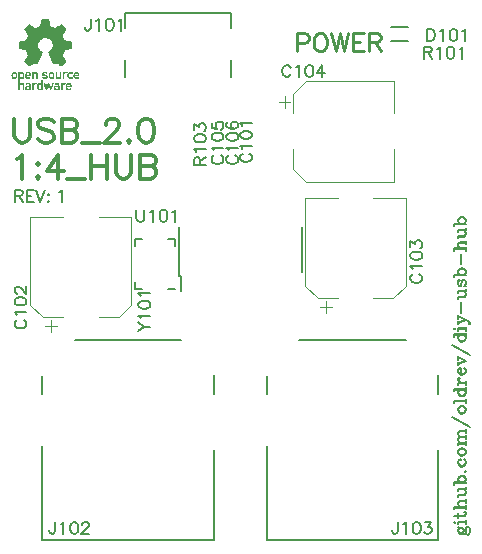
<source format=gbr>
%FSLAX46Y46*%
%MOMM*%
%ADD14C,0.120000*%
%ADD13C,0.127000*%
%ADD10C,0.150000*%
%ADD11C,0.250000*%
%ADD12C,0.350000*%
G01*
%LPD*%
G36*
X2506644Y39096980D02*
X2506644Y39096980D01*
X2525461Y39091340D01*
X2531527Y39078947D01*
X2531782Y39073353D01*
X2532871Y39057770D01*
X2540368Y39055324D01*
X2560619Y39066007D01*
X2572649Y39073306D01*
X2610600Y39088937D01*
X2655928Y39096666D01*
X2703456Y39097260D01*
X2748005Y39091487D01*
X2784398Y39080116D01*
X2807457Y39063912D01*
X2812004Y39043645D01*
X2809709Y39038157D01*
X2792980Y39015374D01*
X2767037Y38987353D01*
X2762345Y38982823D01*
X2737617Y38961995D01*
X2716282Y38955265D01*
X2686445Y38959962D01*
X2674492Y38963083D01*
X2637295Y38970579D01*
X2611141Y38967208D01*
X2589054Y38955319D01*
X2568822Y38939365D01*
X2553921Y38919300D01*
X2543566Y38891298D01*
X2536971Y38851533D01*
X2533351Y38796177D01*
X2531922Y38721406D01*
X2531782Y38676260D01*
X2531782Y38482178D01*
X2406040Y38482178D01*
X2406040Y39098317D01*
X2468912Y39098317D01*
X2506644Y39096980D01*
D02*
G37*
%LPD*%
G36*
X961739Y40034852D02*
X961739Y40034852D01*
X1027521Y40005769D01*
X1077460Y39957207D01*
X1111626Y39889092D01*
X1130093Y39801349D01*
X1131417Y39787649D01*
X1132454Y39691061D01*
X1119007Y39606398D01*
X1091892Y39537779D01*
X1077373Y39515706D01*
X1026799Y39468989D01*
X962391Y39438732D01*
X890334Y39426176D01*
X816815Y39432562D01*
X760928Y39452228D01*
X712868Y39485372D01*
X673588Y39528825D01*
X672908Y39529842D01*
X656956Y39556662D01*
X646590Y39583632D01*
X640312Y39617668D01*
X636627Y39665690D01*
X635003Y39705069D01*
X634328Y39740781D01*
X760045Y39740781D01*
X761274Y39705230D01*
X765734Y39657906D01*
X773603Y39627535D01*
X787793Y39605928D01*
X801083Y39593306D01*
X848198Y39566878D01*
X897495Y39563347D01*
X943407Y39582361D01*
X966362Y39603669D01*
X982904Y39625141D01*
X992579Y39645687D01*
X996826Y39672426D01*
X997080Y39712477D01*
X995772Y39749362D01*
X992957Y39802053D01*
X988495Y39836228D01*
X980452Y39858520D01*
X966897Y39875558D01*
X956155Y39885297D01*
X911223Y39910877D01*
X862751Y39912153D01*
X822106Y39897001D01*
X787433Y39865358D01*
X766776Y39813380D01*
X760045Y39740781D01*
X634328Y39740781D01*
X633521Y39783379D01*
X636052Y39841944D01*
X643638Y39885993D01*
X657319Y39920752D01*
X678135Y39951449D01*
X685853Y39960564D01*
X734111Y40005979D01*
X785872Y40032507D01*
X849172Y40043621D01*
X880039Y40044529D01*
X961739Y40034852D01*
D02*
G37*
%LPD*%
G36*
X2745988Y40030998D02*
X2745988Y40030998D01*
X2777283Y40016050D01*
X2807591Y39994459D01*
X2830682Y39969609D01*
X2847500Y39937913D01*
X2858994Y39895786D01*
X2866109Y39839642D01*
X2869793Y39765894D01*
X2870992Y39670956D01*
X2871011Y39661015D01*
X2871287Y39437821D01*
X2732970Y39437821D01*
X2732970Y39643582D01*
X2732872Y39719811D01*
X2732191Y39775061D01*
X2730349Y39813499D01*
X2726767Y39839294D01*
X2720868Y39856616D01*
X2712073Y39869632D01*
X2699820Y39882493D01*
X2656953Y39910127D01*
X2610157Y39915255D01*
X2565576Y39897783D01*
X2550072Y39884779D01*
X2538690Y39872553D01*
X2530519Y39859460D01*
X2525026Y39841385D01*
X2521680Y39814213D01*
X2519949Y39773830D01*
X2519303Y39716121D01*
X2519208Y39645868D01*
X2519208Y39437821D01*
X2380891Y39437821D01*
X2380891Y40041386D01*
X2450050Y40041386D01*
X2491572Y40039744D01*
X2512994Y40033913D01*
X2519205Y40022539D01*
X2519208Y40022202D01*
X2522090Y40011062D01*
X2534801Y40012326D01*
X2560074Y40024566D01*
X2617395Y40042576D01*
X2682963Y40044579D01*
X2745988Y40030998D01*
D02*
G37*
%LPD*%
G36*
X961739Y40034852D02*
X961739Y40034852D01*
X1027521Y40005769D01*
X1077460Y39957207D01*
X1111626Y39889092D01*
X1130093Y39801349D01*
X1131417Y39787649D01*
X1132454Y39691061D01*
X1119007Y39606398D01*
X1091892Y39537779D01*
X1077373Y39515706D01*
X1026799Y39468989D01*
X962391Y39438732D01*
X890334Y39426176D01*
X816815Y39432562D01*
X760928Y39452228D01*
X712868Y39485372D01*
X673588Y39528825D01*
X672908Y39529842D01*
X656956Y39556662D01*
X646590Y39583632D01*
X640312Y39617668D01*
X636627Y39665690D01*
X635003Y39705069D01*
X634328Y39740781D01*
X760045Y39740781D01*
X761274Y39705230D01*
X765734Y39657906D01*
X773603Y39627535D01*
X787793Y39605928D01*
X801083Y39593306D01*
X848198Y39566878D01*
X897495Y39563347D01*
X943407Y39582361D01*
X966362Y39603669D01*
X982904Y39625141D01*
X992579Y39645687D01*
X996826Y39672426D01*
X997080Y39712477D01*
X995772Y39749362D01*
X992957Y39802053D01*
X988495Y39836228D01*
X980452Y39858520D01*
X966897Y39875558D01*
X956155Y39885297D01*
X911223Y39910877D01*
X862751Y39912153D01*
X822106Y39897001D01*
X787433Y39865358D01*
X766776Y39813380D01*
X760045Y39740781D01*
X634328Y39740781D01*
X633521Y39783379D01*
X636052Y39841944D01*
X643638Y39885993D01*
X657319Y39920752D01*
X678135Y39951449D01*
X685853Y39960564D01*
X734111Y40005979D01*
X785872Y40032507D01*
X849172Y40043621D01*
X880039Y40044529D01*
X961739Y40034852D01*
D02*
G37*
%LPD*%
G36*
X5299460Y40041970D02*
X5299460Y40041970D01*
X5342711Y40028755D01*
X5370558Y40012059D01*
X5379629Y39998855D01*
X5377132Y39983203D01*
X5360931Y39958615D01*
X5347232Y39941200D01*
X5318992Y39909717D01*
X5297775Y39896471D01*
X5279688Y39897336D01*
X5226035Y39910990D01*
X5186630Y39910370D01*
X5154632Y39894896D01*
X5143890Y39885839D01*
X5109505Y39853973D01*
X5109505Y39437821D01*
X4971188Y39437821D01*
X4971188Y40041386D01*
X5040347Y40041386D01*
X5081869Y40039744D01*
X5103291Y40033913D01*
X5109502Y40022539D01*
X5109505Y40022202D01*
X5112439Y40010287D01*
X5125704Y40011841D01*
X5144084Y40020437D01*
X5182046Y40036432D01*
X5212872Y40046055D01*
X5252536Y40048522D01*
X5299460Y40041970D01*
D02*
G37*
%LPD*%
G36*
X2143301Y40027386D02*
X2143301Y40027386D01*
X2155832Y40021486D01*
X2199201Y39989717D01*
X2240210Y39943354D01*
X2270832Y39892304D01*
X2279541Y39868834D01*
X2287488Y39826909D01*
X2292226Y39776243D01*
X2292801Y39755321D01*
X2292871Y39689307D01*
X1912917Y39689307D01*
X1921017Y39654727D01*
X1940896Y39613830D01*
X1975653Y39578486D01*
X2017002Y39555718D01*
X2043351Y39550990D01*
X2079084Y39556727D01*
X2121718Y39571118D01*
X2136201Y39577738D01*
X2189760Y39604487D01*
X2235467Y39569624D01*
X2261842Y39546045D01*
X2275876Y39526583D01*
X2276586Y39520871D01*
X2264049Y39507027D01*
X2236572Y39485988D01*
X2211634Y39469575D01*
X2144336Y39440070D01*
X2068890Y39426716D01*
X1994112Y39430188D01*
X1934505Y39448337D01*
X1873059Y39487216D01*
X1829392Y39538405D01*
X1802074Y39604633D01*
X1789678Y39688629D01*
X1788579Y39727064D01*
X1792978Y39815139D01*
X1793518Y39817701D01*
X1919418Y39817701D01*
X1922885Y39809442D01*
X1937137Y39804887D01*
X1966530Y39802935D01*
X2015425Y39802483D01*
X2034252Y39802475D01*
X2091533Y39803157D01*
X2127859Y39805636D01*
X2147396Y39810557D01*
X2154310Y39818566D01*
X2154555Y39821138D01*
X2146664Y39841577D01*
X2126915Y39870211D01*
X2118425Y39880237D01*
X2086906Y39908592D01*
X2054051Y39919741D01*
X2036349Y39920673D01*
X1988461Y39909019D01*
X1948301Y39877715D01*
X1922827Y39832248D01*
X1922375Y39830767D01*
X1919418Y39817701D01*
X1793518Y39817701D01*
X1807608Y39884490D01*
X1833962Y39939975D01*
X1866193Y39979361D01*
X1925783Y40022069D01*
X1995832Y40044891D01*
X2070339Y40046954D01*
X2143301Y40027386D01*
D02*
G37*
%LPD*%
G36*
X3298812Y38482178D02*
X3298812Y38482178D01*
X3229654Y38482178D01*
X3189512Y38483355D01*
X3168606Y38488228D01*
X3161078Y38498814D01*
X3160495Y38505971D01*
X3159226Y38520324D01*
X3151221Y38523077D01*
X3130185Y38514229D01*
X3113827Y38505971D01*
X3051023Y38486403D01*
X2982752Y38485271D01*
X2927248Y38499865D01*
X2875562Y38535123D01*
X2836162Y38587165D01*
X2814587Y38648550D01*
X2814038Y38651982D01*
X2810833Y38689429D01*
X2809239Y38743187D01*
X2809367Y38783845D01*
X2946721Y38783845D01*
X2949903Y38729806D01*
X2957141Y38685265D01*
X2966940Y38660112D01*
X3004011Y38625740D01*
X3048026Y38613418D01*
X3093416Y38623382D01*
X3132203Y38653105D01*
X3146892Y38673095D01*
X3155481Y38696950D01*
X3159504Y38731770D01*
X3160495Y38784070D01*
X3158722Y38835861D01*
X3154037Y38881366D01*
X3147397Y38911819D01*
X3146290Y38914548D01*
X3119509Y38947000D01*
X3080421Y38964817D01*
X3036685Y38967694D01*
X2995962Y38955326D01*
X2965913Y38927407D01*
X2962796Y38921852D01*
X2953039Y38887978D01*
X2947723Y38839272D01*
X2946721Y38783845D01*
X2809367Y38783845D01*
X2809432Y38804460D01*
X2810336Y38837437D01*
X2816486Y38919019D01*
X2829267Y38980270D01*
X2850529Y39025551D01*
X2882122Y39059221D01*
X2912793Y39078986D01*
X2955646Y39092880D01*
X3008944Y39097646D01*
X3063520Y39093764D01*
X3110208Y39081718D01*
X3134876Y39067307D01*
X3160495Y39044122D01*
X3160495Y39337227D01*
X3298812Y39337227D01*
X3298812Y38482178D01*
D02*
G37*
%LPD*%
G36*
X3876964Y44209982D02*
X3876964Y44209982D01*
X3933812Y43908430D01*
X4353338Y43735488D01*
X4604984Y43906605D01*
X4675458Y43954250D01*
X4739163Y43996790D01*
X4793126Y44032285D01*
X4834373Y44058790D01*
X4859934Y44074364D01*
X4866895Y44077722D01*
X4879435Y44069086D01*
X4906231Y44045208D01*
X4944280Y44009141D01*
X4990579Y43963933D01*
X5042123Y43912636D01*
X5095909Y43858299D01*
X5148935Y43803972D01*
X5198195Y43752705D01*
X5240687Y43707549D01*
X5273407Y43671554D01*
X5293351Y43647770D01*
X5298119Y43639810D01*
X5291257Y43625135D01*
X5272020Y43592985D01*
X5242430Y43546508D01*
X5204510Y43488844D01*
X5160282Y43423140D01*
X5134654Y43385664D01*
X5087941Y43317232D01*
X5046432Y43255480D01*
X5012140Y43203481D01*
X4987080Y43164308D01*
X4973264Y43141035D01*
X4971188Y43136145D01*
X4975895Y43122245D01*
X4988723Y43089850D01*
X5007738Y43043515D01*
X5031003Y42987794D01*
X5056584Y42927242D01*
X5082545Y42866414D01*
X5106950Y42809864D01*
X5127863Y42762148D01*
X5143349Y42727819D01*
X5151472Y42711432D01*
X5151952Y42710788D01*
X5164707Y42707659D01*
X5198677Y42700679D01*
X5250340Y42690533D01*
X5316176Y42677908D01*
X5392664Y42663491D01*
X5437290Y42655177D01*
X5519021Y42639616D01*
X5592842Y42624808D01*
X5655021Y42611564D01*
X5701822Y42600695D01*
X5729509Y42593011D01*
X5735074Y42590573D01*
X5740526Y42574070D01*
X5744924Y42536800D01*
X5748272Y42483120D01*
X5750574Y42417388D01*
X5751832Y42343963D01*
X5752048Y42267204D01*
X5751227Y42191468D01*
X5749371Y42121114D01*
X5746482Y42060500D01*
X5742565Y42013984D01*
X5737622Y41985925D01*
X5734657Y41980084D01*
X5716934Y41973083D01*
X5679381Y41963073D01*
X5626964Y41951231D01*
X5564652Y41938733D01*
X5542900Y41934690D01*
X5438024Y41915480D01*
X5355180Y41900009D01*
X5291630Y41887663D01*
X5244637Y41877827D01*
X5211463Y41869886D01*
X5189371Y41863224D01*
X5175624Y41857227D01*
X5167484Y41851281D01*
X5166345Y41850106D01*
X5154977Y41831174D01*
X5137635Y41794331D01*
X5116050Y41744087D01*
X5091954Y41684954D01*
X5067079Y41621444D01*
X5043157Y41558068D01*
X5021919Y41499338D01*
X5005097Y41449765D01*
X4994422Y41413861D01*
X4991627Y41396138D01*
X4991860Y41395517D01*
X5001331Y41381030D01*
X5022818Y41349156D01*
X5054063Y41303211D01*
X5092807Y41246515D01*
X5136793Y41182383D01*
X5149319Y41164158D01*
X5193984Y41098086D01*
X5233288Y41037800D01*
X5265088Y40986765D01*
X5287245Y40948440D01*
X5297617Y40926289D01*
X5298119Y40923568D01*
X5289405Y40909264D01*
X5265325Y40880928D01*
X5228976Y40841604D01*
X5183453Y40794339D01*
X5131852Y40742177D01*
X5077267Y40688165D01*
X5022794Y40635347D01*
X4971529Y40586769D01*
X4926567Y40545477D01*
X4891004Y40514515D01*
X4867935Y40496931D01*
X4861554Y40494059D01*
X4846699Y40500822D01*
X4816286Y40519061D01*
X4775268Y40545703D01*
X4743709Y40567148D01*
X4686525Y40606497D01*
X4618806Y40652829D01*
X4550880Y40699087D01*
X4514361Y40723845D01*
X4390752Y40807453D01*
X4286991Y40751350D01*
X4239720Y40726772D01*
X4199523Y40707669D01*
X4172326Y40696773D01*
X4165402Y40695257D01*
X4157077Y40706451D01*
X4140654Y40738083D01*
X4117357Y40787235D01*
X4088414Y40850990D01*
X4055050Y40926429D01*
X4018491Y41010636D01*
X3979964Y41100692D01*
X3940694Y41193679D01*
X3901908Y41286680D01*
X3864830Y41376777D01*
X3830689Y41461052D01*
X3800708Y41536587D01*
X3776116Y41600466D01*
X3758135Y41649769D01*
X3747997Y41681579D01*
X3746366Y41692504D01*
X3759291Y41706439D01*
X3787589Y41729060D01*
X3825346Y41755666D01*
X3828515Y41757772D01*
X3926100Y41835886D01*
X4004785Y41927018D01*
X4063891Y42028255D01*
X4102732Y42136682D01*
X4120628Y42249386D01*
X4116897Y42363452D01*
X4090857Y42475966D01*
X4041825Y42584015D01*
X4027400Y42607655D01*
X3952369Y42703113D01*
X3863730Y42779768D01*
X3764549Y42837220D01*
X3657895Y42875071D01*
X3546836Y42892922D01*
X3434439Y42890375D01*
X3323773Y42867030D01*
X3217906Y42822490D01*
X3119905Y42756355D01*
X3089590Y42729513D01*
X3012438Y42645488D01*
X2956218Y42557034D01*
X2917653Y42457885D01*
X2896174Y42359697D01*
X2890872Y42249303D01*
X2908552Y42138360D01*
X2947419Y42030619D01*
X3005677Y41929831D01*
X3081531Y41839744D01*
X3173183Y41764108D01*
X3185228Y41756135D01*
X3223389Y41730026D01*
X3252399Y41707405D01*
X3266268Y41692961D01*
X3266469Y41692504D01*
X3263492Y41676879D01*
X3251689Y41641418D01*
X3232286Y41589038D01*
X3206512Y41522655D01*
X3175591Y41445186D01*
X3140751Y41359550D01*
X3103217Y41268663D01*
X3064217Y41175441D01*
X3024977Y41082803D01*
X2986725Y40993665D01*
X2950683Y40910945D01*
X2918083Y40837559D01*
X2890148Y40776425D01*
X2868105Y40730459D01*
X2853182Y40702579D01*
X2847172Y40695257D01*
X2828809Y40700959D01*
X2794448Y40716251D01*
X2750016Y40738401D01*
X2725583Y40751350D01*
X2621822Y40807453D01*
X2498213Y40723845D01*
X2435114Y40681013D01*
X2366030Y40633878D01*
X2301293Y40589497D01*
X2268866Y40567148D01*
X2223259Y40536523D01*
X2184640Y40512253D01*
X2158048Y40497414D01*
X2149410Y40494276D01*
X2136839Y40502739D01*
X2109016Y40526364D01*
X2068639Y40562698D01*
X2018405Y40609289D01*
X1961012Y40663683D01*
X1924714Y40698608D01*
X1861210Y40761004D01*
X1806327Y40816812D01*
X1762286Y40863646D01*
X1731305Y40899118D01*
X1715602Y40920839D01*
X1714095Y40925248D01*
X1721086Y40942015D01*
X1740406Y40975918D01*
X1769909Y41023524D01*
X1807455Y41081401D01*
X1850900Y41146116D01*
X1863255Y41164158D01*
X1908273Y41229733D01*
X1948660Y41288772D01*
X1982160Y41337958D01*
X2006514Y41373972D01*
X2019464Y41393498D01*
X2020715Y41395517D01*
X2018844Y41411078D01*
X2008913Y41445291D01*
X1992653Y41493645D01*
X1971795Y41551629D01*
X1948073Y41614730D01*
X1923216Y41678437D01*
X1898958Y41738239D01*
X1877029Y41789624D01*
X1859162Y41828081D01*
X1847087Y41849098D01*
X1846229Y41850106D01*
X1838846Y41856112D01*
X1826375Y41862052D01*
X1806080Y41868540D01*
X1775222Y41876191D01*
X1731066Y41885620D01*
X1670874Y41897441D01*
X1591907Y41912271D01*
X1491430Y41930723D01*
X1469675Y41934690D01*
X1405198Y41947147D01*
X1348989Y41959334D01*
X1306013Y41970074D01*
X1281240Y41978191D01*
X1277918Y41980084D01*
X1272444Y41996862D01*
X1267994Y42034355D01*
X1264572Y42088206D01*
X1262181Y42154056D01*
X1260823Y42227547D01*
X1260501Y42304320D01*
X1261219Y42380017D01*
X1262979Y42450280D01*
X1265784Y42510750D01*
X1269638Y42557070D01*
X1274543Y42584881D01*
X1277500Y42590573D01*
X1293963Y42596314D01*
X1331449Y42605655D01*
X1386225Y42617785D01*
X1454555Y42631893D01*
X1532706Y42647170D01*
X1575284Y42655177D01*
X1656071Y42670279D01*
X1728113Y42683960D01*
X1787889Y42695533D01*
X1831879Y42704313D01*
X1856561Y42709613D01*
X1860623Y42710788D01*
X1867489Y42724035D01*
X1882002Y42755943D01*
X1902229Y42801953D01*
X1926234Y42857508D01*
X1952082Y42918047D01*
X1977840Y42979014D01*
X2001573Y43035849D01*
X2021346Y43083994D01*
X2035224Y43118890D01*
X2041274Y43135979D01*
X2041386Y43136726D01*
X2034528Y43150207D01*
X2015302Y43181230D01*
X1985728Y43226711D01*
X1947827Y43283568D01*
X1903620Y43348717D01*
X1877921Y43386138D01*
X1831093Y43454753D01*
X1789501Y43517048D01*
X1755175Y43569871D01*
X1730143Y43610073D01*
X1716435Y43634500D01*
X1714456Y43639976D01*
X1722966Y43652722D01*
X1746493Y43679937D01*
X1782032Y43718572D01*
X1826577Y43765577D01*
X1877123Y43817905D01*
X1930664Y43872505D01*
X1984195Y43926330D01*
X2034711Y43976330D01*
X2079206Y44019457D01*
X2114675Y44052661D01*
X2138113Y44072894D01*
X2145954Y44077722D01*
X2158720Y44070933D01*
X2189256Y44051858D01*
X2234590Y44022439D01*
X2291756Y43984619D01*
X2357784Y43940339D01*
X2407590Y43906605D01*
X2659236Y43735488D01*
X2868999Y43821959D01*
X3078763Y43908430D01*
X3135611Y44209982D01*
X3192460Y44511534D01*
X3820115Y44511534D01*
X3876964Y44209982D01*
D02*
G37*
%LPD*%
G36*
X5135255Y39098514D02*
X5135255Y39098514D01*
X5183595Y39088985D01*
X5211114Y39074875D01*
X5240064Y39051432D01*
X5198876Y38999429D01*
X5173482Y38967936D01*
X5156238Y38952572D01*
X5139102Y38950224D01*
X5114027Y38957783D01*
X5102257Y38962059D01*
X5054270Y38968369D01*
X5010324Y38954844D01*
X4978060Y38924290D01*
X4972819Y38914548D01*
X4967112Y38888742D01*
X4962706Y38841183D01*
X4959811Y38775242D01*
X4958631Y38694290D01*
X4958614Y38682774D01*
X4958614Y38482178D01*
X4820297Y38482178D01*
X4820297Y39098317D01*
X4889456Y39098317D01*
X4929333Y39097275D01*
X4950107Y39092642D01*
X4957789Y39082151D01*
X4958614Y39072255D01*
X4958614Y39046194D01*
X4991745Y39072255D01*
X5029735Y39090035D01*
X5080770Y39098826D01*
X5135255Y39098514D01*
D02*
G37*
%LPD*%
G36*
X3781524Y39095763D02*
X3781524Y39095763D01*
X3831255Y39092029D01*
X3961291Y38702227D01*
X3981678Y38771386D01*
X3993946Y38814126D01*
X4010085Y38871885D01*
X4027512Y38935375D01*
X4036726Y38969430D01*
X4071388Y39098317D01*
X4214391Y39098317D01*
X4171646Y38963143D01*
X4150596Y38896658D01*
X4125167Y38816461D01*
X4098610Y38732807D01*
X4074902Y38658218D01*
X4020902Y38488465D01*
X3962598Y38484672D01*
X3904295Y38480878D01*
X3872679Y38585266D01*
X3853182Y38650111D01*
X3831904Y38721600D01*
X3813308Y38784737D01*
X3812574Y38787250D01*
X3798684Y38830031D01*
X3786429Y38859221D01*
X3777846Y38870259D01*
X3776082Y38868982D01*
X3769891Y38851870D01*
X3758128Y38815213D01*
X3742225Y38763622D01*
X3723614Y38701706D01*
X3713543Y38667648D01*
X3659007Y38482178D01*
X3543264Y38482178D01*
X3450737Y38774529D01*
X3424744Y38856538D01*
X3401066Y38931013D01*
X3380820Y38994456D01*
X3365126Y39043368D01*
X3355102Y39074251D01*
X3352055Y39083274D01*
X3354467Y39092513D01*
X3373408Y39096559D01*
X3412823Y39096154D01*
X3418993Y39095848D01*
X3492087Y39092029D01*
X3539957Y38915990D01*
X3557553Y38851789D01*
X3573277Y38795351D01*
X3585746Y38751578D01*
X3593574Y38725370D01*
X3595020Y38721097D01*
X3601014Y38726010D01*
X3613101Y38751468D01*
X3629893Y38794003D01*
X3650003Y38850150D01*
X3667003Y38900870D01*
X3731794Y39099496D01*
X3781524Y39095763D01*
D02*
G37*
%LPD*%
G36*
X4538411Y39094583D02*
X4538411Y39094583D01*
X4591411Y39081710D01*
X4606731Y39074890D01*
X4636428Y39057026D01*
X4659220Y39036907D01*
X4676083Y39011038D01*
X4687998Y38975927D01*
X4695942Y38928080D01*
X4700894Y38864004D01*
X4703831Y38780206D01*
X4704947Y38724232D01*
X4709052Y38482178D01*
X4638932Y38482178D01*
X4596393Y38483962D01*
X4574476Y38490058D01*
X4568812Y38500294D01*
X4565821Y38511363D01*
X4552451Y38509246D01*
X4534233Y38500371D01*
X4488624Y38486767D01*
X4430007Y38483101D01*
X4368354Y38489097D01*
X4313638Y38504479D01*
X4308730Y38506614D01*
X4258723Y38541745D01*
X4225756Y38590581D01*
X4210587Y38647667D01*
X4211746Y38668176D01*
X4335508Y38668176D01*
X4346413Y38640575D01*
X4378745Y38620796D01*
X4430910Y38610181D01*
X4458787Y38608772D01*
X4505247Y38612380D01*
X4536129Y38626403D01*
X4543663Y38633069D01*
X4564076Y38669334D01*
X4568812Y38702227D01*
X4568812Y38746237D01*
X4507513Y38746237D01*
X4436256Y38742605D01*
X4386276Y38731182D01*
X4354696Y38711176D01*
X4347626Y38702257D01*
X4335508Y38668176D01*
X4211746Y38668176D01*
X4213971Y38707544D01*
X4236663Y38764756D01*
X4267624Y38803420D01*
X4286376Y38820136D01*
X4304733Y38831122D01*
X4328619Y38837820D01*
X4363957Y38841674D01*
X4416669Y38844127D01*
X4437577Y38844832D01*
X4568812Y38849121D01*
X4568620Y38888842D01*
X4563537Y38930595D01*
X4545161Y38955842D01*
X4508038Y38971970D01*
X4507042Y38972258D01*
X4454410Y38978600D01*
X4402906Y38970316D01*
X4364630Y38950173D01*
X4349272Y38940227D01*
X4332730Y38941603D01*
X4307275Y38956013D01*
X4292328Y38966183D01*
X4263091Y38987912D01*
X4244980Y39004200D01*
X4242074Y39008863D01*
X4254040Y39032995D01*
X4289396Y39061815D01*
X4304753Y39071539D01*
X4348901Y39088286D01*
X4408398Y39097773D01*
X4474487Y39099905D01*
X4538411Y39094583D01*
D02*
G37*
%LPD*%
G36*
X3876964Y44209982D02*
X3876964Y44209982D01*
X3933812Y43908430D01*
X4353338Y43735488D01*
X4604984Y43906605D01*
X4675458Y43954250D01*
X4739163Y43996790D01*
X4793126Y44032285D01*
X4834373Y44058790D01*
X4859934Y44074364D01*
X4866895Y44077722D01*
X4879435Y44069086D01*
X4906231Y44045208D01*
X4944280Y44009141D01*
X4990579Y43963933D01*
X5042123Y43912636D01*
X5095909Y43858299D01*
X5148935Y43803972D01*
X5198195Y43752705D01*
X5240687Y43707549D01*
X5273407Y43671554D01*
X5293351Y43647770D01*
X5298119Y43639810D01*
X5291257Y43625135D01*
X5272020Y43592985D01*
X5242430Y43546508D01*
X5204510Y43488844D01*
X5160282Y43423140D01*
X5134654Y43385664D01*
X5087941Y43317232D01*
X5046432Y43255480D01*
X5012140Y43203481D01*
X4987080Y43164308D01*
X4973264Y43141035D01*
X4971188Y43136145D01*
X4975895Y43122245D01*
X4988723Y43089850D01*
X5007738Y43043515D01*
X5031003Y42987794D01*
X5056584Y42927242D01*
X5082545Y42866414D01*
X5106950Y42809864D01*
X5127863Y42762148D01*
X5143349Y42727819D01*
X5151472Y42711432D01*
X5151952Y42710788D01*
X5164707Y42707659D01*
X5198677Y42700679D01*
X5250340Y42690533D01*
X5316176Y42677908D01*
X5392664Y42663491D01*
X5437290Y42655177D01*
X5519021Y42639616D01*
X5592842Y42624808D01*
X5655021Y42611564D01*
X5701822Y42600695D01*
X5729509Y42593011D01*
X5735074Y42590573D01*
X5740526Y42574070D01*
X5744924Y42536800D01*
X5748272Y42483120D01*
X5750574Y42417388D01*
X5751832Y42343963D01*
X5752048Y42267204D01*
X5751227Y42191468D01*
X5749371Y42121114D01*
X5746482Y42060500D01*
X5742565Y42013984D01*
X5737622Y41985925D01*
X5734657Y41980084D01*
X5716934Y41973083D01*
X5679381Y41963073D01*
X5626964Y41951231D01*
X5564652Y41938733D01*
X5542900Y41934690D01*
X5438024Y41915480D01*
X5355180Y41900009D01*
X5291630Y41887663D01*
X5244637Y41877827D01*
X5211463Y41869886D01*
X5189371Y41863224D01*
X5175624Y41857227D01*
X5167484Y41851281D01*
X5166345Y41850106D01*
X5154977Y41831174D01*
X5137635Y41794331D01*
X5116050Y41744087D01*
X5091954Y41684954D01*
X5067079Y41621444D01*
X5043157Y41558068D01*
X5021919Y41499338D01*
X5005097Y41449765D01*
X4994422Y41413861D01*
X4991627Y41396138D01*
X4991860Y41395517D01*
X5001331Y41381030D01*
X5022818Y41349156D01*
X5054063Y41303211D01*
X5092807Y41246515D01*
X5136793Y41182383D01*
X5149319Y41164158D01*
X5193984Y41098086D01*
X5233288Y41037800D01*
X5265088Y40986765D01*
X5287245Y40948440D01*
X5297617Y40926289D01*
X5298119Y40923568D01*
X5289405Y40909264D01*
X5265325Y40880928D01*
X5228976Y40841604D01*
X5183453Y40794339D01*
X5131852Y40742177D01*
X5077267Y40688165D01*
X5022794Y40635347D01*
X4971529Y40586769D01*
X4926567Y40545477D01*
X4891004Y40514515D01*
X4867935Y40496931D01*
X4861554Y40494059D01*
X4846699Y40500822D01*
X4816286Y40519061D01*
X4775268Y40545703D01*
X4743709Y40567148D01*
X4686525Y40606497D01*
X4618806Y40652829D01*
X4550880Y40699087D01*
X4514361Y40723845D01*
X4390752Y40807453D01*
X4286991Y40751350D01*
X4239720Y40726772D01*
X4199523Y40707669D01*
X4172326Y40696773D01*
X4165402Y40695257D01*
X4157077Y40706451D01*
X4140654Y40738083D01*
X4117357Y40787235D01*
X4088414Y40850990D01*
X4055050Y40926429D01*
X4018491Y41010636D01*
X3979964Y41100692D01*
X3940694Y41193679D01*
X3901908Y41286680D01*
X3864830Y41376777D01*
X3830689Y41461052D01*
X3800708Y41536587D01*
X3776116Y41600466D01*
X3758135Y41649769D01*
X3747997Y41681579D01*
X3746366Y41692504D01*
X3759291Y41706439D01*
X3787589Y41729060D01*
X3825346Y41755666D01*
X3828515Y41757772D01*
X3926100Y41835886D01*
X4004785Y41927018D01*
X4063891Y42028255D01*
X4102732Y42136682D01*
X4120628Y42249386D01*
X4116897Y42363452D01*
X4090857Y42475966D01*
X4041825Y42584015D01*
X4027400Y42607655D01*
X3952369Y42703113D01*
X3863730Y42779768D01*
X3764549Y42837220D01*
X3657895Y42875071D01*
X3546836Y42892922D01*
X3434439Y42890375D01*
X3323773Y42867030D01*
X3217906Y42822490D01*
X3119905Y42756355D01*
X3089590Y42729513D01*
X3012438Y42645488D01*
X2956218Y42557034D01*
X2917653Y42457885D01*
X2896174Y42359697D01*
X2890872Y42249303D01*
X2908552Y42138360D01*
X2947419Y42030619D01*
X3005677Y41929831D01*
X3081531Y41839744D01*
X3173183Y41764108D01*
X3185228Y41756135D01*
X3223389Y41730026D01*
X3252399Y41707405D01*
X3266268Y41692961D01*
X3266469Y41692504D01*
X3263492Y41676879D01*
X3251689Y41641418D01*
X3232286Y41589038D01*
X3206512Y41522655D01*
X3175591Y41445186D01*
X3140751Y41359550D01*
X3103217Y41268663D01*
X3064217Y41175441D01*
X3024977Y41082803D01*
X2986725Y40993665D01*
X2950683Y40910945D01*
X2918083Y40837559D01*
X2890148Y40776425D01*
X2868105Y40730459D01*
X2853182Y40702579D01*
X2847172Y40695257D01*
X2828809Y40700959D01*
X2794448Y40716251D01*
X2750016Y40738401D01*
X2725583Y40751350D01*
X2621822Y40807453D01*
X2498213Y40723845D01*
X2435114Y40681013D01*
X2366030Y40633878D01*
X2301293Y40589497D01*
X2268866Y40567148D01*
X2223259Y40536523D01*
X2184640Y40512253D01*
X2158048Y40497414D01*
X2149410Y40494276D01*
X2136839Y40502739D01*
X2109016Y40526364D01*
X2068639Y40562698D01*
X2018405Y40609289D01*
X1961012Y40663683D01*
X1924714Y40698608D01*
X1861210Y40761004D01*
X1806327Y40816812D01*
X1762286Y40863646D01*
X1731305Y40899118D01*
X1715602Y40920839D01*
X1714095Y40925248D01*
X1721086Y40942015D01*
X1740406Y40975918D01*
X1769909Y41023524D01*
X1807455Y41081401D01*
X1850900Y41146116D01*
X1863255Y41164158D01*
X1908273Y41229733D01*
X1948660Y41288772D01*
X1982160Y41337958D01*
X2006514Y41373972D01*
X2019464Y41393498D01*
X2020715Y41395517D01*
X2018844Y41411078D01*
X2008913Y41445291D01*
X1992653Y41493645D01*
X1971795Y41551629D01*
X1948073Y41614730D01*
X1923216Y41678437D01*
X1898958Y41738239D01*
X1877029Y41789624D01*
X1859162Y41828081D01*
X1847087Y41849098D01*
X1846229Y41850106D01*
X1838846Y41856112D01*
X1826375Y41862052D01*
X1806080Y41868540D01*
X1775222Y41876191D01*
X1731066Y41885620D01*
X1670874Y41897441D01*
X1591907Y41912271D01*
X1491430Y41930723D01*
X1469675Y41934690D01*
X1405198Y41947147D01*
X1348989Y41959334D01*
X1306013Y41970074D01*
X1281240Y41978191D01*
X1277918Y41980084D01*
X1272444Y41996862D01*
X1267994Y42034355D01*
X1264572Y42088206D01*
X1262181Y42154056D01*
X1260823Y42227547D01*
X1260501Y42304320D01*
X1261219Y42380017D01*
X1262979Y42450280D01*
X1265784Y42510750D01*
X1269638Y42557070D01*
X1274543Y42584881D01*
X1277500Y42590573D01*
X1293963Y42596314D01*
X1331449Y42605655D01*
X1386225Y42617785D01*
X1454555Y42631893D01*
X1532706Y42647170D01*
X1575284Y42655177D01*
X1656071Y42670279D01*
X1728113Y42683960D01*
X1787889Y42695533D01*
X1831879Y42704313D01*
X1856561Y42709613D01*
X1860623Y42710788D01*
X1867489Y42724035D01*
X1882002Y42755943D01*
X1902229Y42801953D01*
X1926234Y42857508D01*
X1952082Y42918047D01*
X1977840Y42979014D01*
X2001573Y43035849D01*
X2021346Y43083994D01*
X2035224Y43118890D01*
X2041274Y43135979D01*
X2041386Y43136726D01*
X2034528Y43150207D01*
X2015302Y43181230D01*
X1985728Y43226711D01*
X1947827Y43283568D01*
X1903620Y43348717D01*
X1877921Y43386138D01*
X1831093Y43454753D01*
X1789501Y43517048D01*
X1755175Y43569871D01*
X1730143Y43610073D01*
X1716435Y43634500D01*
X1714456Y43639976D01*
X1722966Y43652722D01*
X1746493Y43679937D01*
X1782032Y43718572D01*
X1826577Y43765577D01*
X1877123Y43817905D01*
X1930664Y43872505D01*
X1984195Y43926330D01*
X2034711Y43976330D01*
X2079206Y44019457D01*
X2114675Y44052661D01*
X2138113Y44072894D01*
X2145954Y44077722D01*
X2158720Y44070933D01*
X2189256Y44051858D01*
X2234590Y44022439D01*
X2291756Y43984619D01*
X2357784Y43940339D01*
X2407590Y43906605D01*
X2659236Y43735488D01*
X2868999Y43821959D01*
X3078763Y43908430D01*
X3135611Y44209982D01*
X3192460Y44511534D01*
X3820115Y44511534D01*
X3876964Y44209982D01*
D02*
G37*
%LPD*%
G36*
X2506644Y39096980D02*
X2506644Y39096980D01*
X2525461Y39091340D01*
X2531527Y39078947D01*
X2531782Y39073353D01*
X2532871Y39057770D01*
X2540368Y39055324D01*
X2560619Y39066007D01*
X2572649Y39073306D01*
X2610600Y39088937D01*
X2655928Y39096666D01*
X2703456Y39097260D01*
X2748005Y39091487D01*
X2784398Y39080116D01*
X2807457Y39063912D01*
X2812004Y39043645D01*
X2809709Y39038157D01*
X2792980Y39015374D01*
X2767037Y38987353D01*
X2762345Y38982823D01*
X2737617Y38961995D01*
X2716282Y38955265D01*
X2686445Y38959962D01*
X2674492Y38963083D01*
X2637295Y38970579D01*
X2611141Y38967208D01*
X2589054Y38955319D01*
X2568822Y38939365D01*
X2553921Y38919300D01*
X2543566Y38891298D01*
X2536971Y38851533D01*
X2533351Y38796177D01*
X2531922Y38721406D01*
X2531782Y38676260D01*
X2531782Y38482178D01*
X2406040Y38482178D01*
X2406040Y39098317D01*
X2468912Y39098317D01*
X2506644Y39096980D01*
D02*
G37*
%LPD*%
G36*
X4110762Y40033945D02*
X4110762Y40033945D01*
X4174363Y39999308D01*
X4224123Y39944628D01*
X4247568Y39900158D01*
X4257634Y39860879D01*
X4264156Y39804884D01*
X4266951Y39740379D01*
X4265836Y39675571D01*
X4260626Y39618666D01*
X4254541Y39588273D01*
X4234014Y39546694D01*
X4198463Y39502532D01*
X4155619Y39463913D01*
X4113211Y39438967D01*
X4112177Y39438570D01*
X4059553Y39427669D01*
X3997188Y39427399D01*
X3937924Y39437324D01*
X3915040Y39445278D01*
X3856102Y39478700D01*
X3813890Y39522489D01*
X3786156Y39580462D01*
X3770651Y39656435D01*
X3767143Y39696229D01*
X3767590Y39746234D01*
X3902376Y39746234D01*
X3906917Y39673268D01*
X3919986Y39617666D01*
X3940756Y39582139D01*
X3955552Y39571980D01*
X3993464Y39564896D01*
X4038527Y39566993D01*
X4077487Y39577188D01*
X4087704Y39582796D01*
X4114659Y39615462D01*
X4132451Y39665455D01*
X4140024Y39726295D01*
X4136325Y39791503D01*
X4128057Y39830747D01*
X4104320Y39876195D01*
X4066849Y39904604D01*
X4021719Y39914427D01*
X3975011Y39904113D01*
X3939132Y39878888D01*
X3920277Y39858075D01*
X3909272Y39837561D01*
X3904026Y39809797D01*
X3902449Y39767238D01*
X3902376Y39746234D01*
X3767590Y39746234D01*
X3768094Y39802420D01*
X3785388Y39889499D01*
X3819029Y39957470D01*
X3869018Y40006336D01*
X3935356Y40036101D01*
X3949601Y40039552D01*
X4035210Y40047655D01*
X4110762Y40033945D01*
D02*
G37*
%LPD*%
G36*
X3514017Y40043548D02*
X3514017Y40043548D01*
X3561634Y40034518D01*
X3611034Y40015630D01*
X3616312Y40013223D01*
X3653774Y39993524D01*
X3679717Y39975219D01*
X3688103Y39963492D01*
X3680117Y39944368D01*
X3660720Y39916150D01*
X3652110Y39905616D01*
X3616628Y39864153D01*
X3570885Y39891142D01*
X3527350Y39909122D01*
X3477050Y39918733D01*
X3428812Y39919340D01*
X3391467Y39910309D01*
X3382505Y39904673D01*
X3365437Y39878829D01*
X3363363Y39849059D01*
X3376134Y39825803D01*
X3383688Y39821292D01*
X3406325Y39815691D01*
X3446115Y39809108D01*
X3495166Y39802817D01*
X3504215Y39801830D01*
X3582996Y39788202D01*
X3640136Y39765054D01*
X3678030Y39730248D01*
X3699079Y39681646D01*
X3705635Y39622282D01*
X3696577Y39554802D01*
X3667164Y39501812D01*
X3617278Y39463218D01*
X3546800Y39438919D01*
X3468566Y39429334D01*
X3404766Y39429448D01*
X3353016Y39438155D01*
X3317673Y39450176D01*
X3273017Y39471120D01*
X3231747Y39495427D01*
X3217079Y39506124D01*
X3179357Y39536916D01*
X3224852Y39582951D01*
X3270347Y39628987D01*
X3322072Y39594757D01*
X3373952Y39569048D01*
X3429351Y39555601D01*
X3482605Y39554182D01*
X3528049Y39564557D01*
X3560016Y39586493D01*
X3570338Y39605002D01*
X3568789Y39634686D01*
X3543140Y39657385D01*
X3493460Y39673060D01*
X3439031Y39680305D01*
X3355264Y39694127D01*
X3293033Y39720204D01*
X3251507Y39759301D01*
X3229853Y39812180D01*
X3226853Y39874874D01*
X3241672Y39940358D01*
X3275454Y39989856D01*
X3328505Y40023592D01*
X3401126Y40041793D01*
X3454928Y40045361D01*
X3514017Y40043548D01*
D02*
G37*
%LPD*%
G36*
X6177898Y40043543D02*
X6177898Y40043543D01*
X6210096Y40035721D01*
X6271825Y40007079D01*
X6324610Y39963333D01*
X6361141Y39910883D01*
X6366160Y39899107D01*
X6373045Y39868260D01*
X6377864Y39822629D01*
X6379505Y39776508D01*
X6379505Y39689307D01*
X6197178Y39689307D01*
X6121979Y39689022D01*
X6069003Y39687296D01*
X6035325Y39682819D01*
X6018020Y39674280D01*
X6014163Y39660370D01*
X6020829Y39639778D01*
X6032770Y39615685D01*
X6066080Y39575475D01*
X6112368Y39555442D01*
X6168944Y39556095D01*
X6233031Y39577899D01*
X6288417Y39604807D01*
X6334375Y39568468D01*
X6380333Y39532128D01*
X6337096Y39492181D01*
X6279374Y39454437D01*
X6208386Y39431680D01*
X6132029Y39425312D01*
X6058199Y39436733D01*
X6046287Y39440607D01*
X5981399Y39474494D01*
X5933130Y39525014D01*
X5900465Y39593675D01*
X5882385Y39681986D01*
X5882175Y39683879D01*
X5880556Y39780122D01*
X5887100Y39814458D01*
X6014852Y39814458D01*
X6026584Y39809178D01*
X6058438Y39805133D01*
X6105397Y39802824D01*
X6135154Y39802475D01*
X6190648Y39802694D01*
X6225346Y39804084D01*
X6243601Y39807749D01*
X6249766Y39814790D01*
X6248195Y39826310D01*
X6246878Y39830767D01*
X6224382Y39872645D01*
X6189003Y39906396D01*
X6157780Y39921227D01*
X6116301Y39920332D01*
X6074269Y39901836D01*
X6039012Y39871214D01*
X6017854Y39833938D01*
X6014852Y39814458D01*
X5887100Y39814458D01*
X5896690Y39864771D01*
X5928698Y39935809D01*
X5974701Y39991221D01*
X6032821Y40028991D01*
X6101180Y40047104D01*
X6177898Y40043543D01*
D02*
G37*
%LPD*%
G36*
X3781524Y39095763D02*
X3781524Y39095763D01*
X3831255Y39092029D01*
X3961291Y38702227D01*
X3981678Y38771386D01*
X3993946Y38814126D01*
X4010085Y38871885D01*
X4027512Y38935375D01*
X4036726Y38969430D01*
X4071388Y39098317D01*
X4214391Y39098317D01*
X4171646Y38963143D01*
X4150596Y38896658D01*
X4125167Y38816461D01*
X4098610Y38732807D01*
X4074902Y38658218D01*
X4020902Y38488465D01*
X3962598Y38484672D01*
X3904295Y38480878D01*
X3872679Y38585266D01*
X3853182Y38650111D01*
X3831904Y38721600D01*
X3813308Y38784737D01*
X3812574Y38787250D01*
X3798684Y38830031D01*
X3786429Y38859221D01*
X3777846Y38870259D01*
X3776082Y38868982D01*
X3769891Y38851870D01*
X3758128Y38815213D01*
X3742225Y38763622D01*
X3723614Y38701706D01*
X3713543Y38667648D01*
X3659007Y38482178D01*
X3543264Y38482178D01*
X3450737Y38774529D01*
X3424744Y38856538D01*
X3401066Y38931013D01*
X3380820Y38994456D01*
X3365126Y39043368D01*
X3355102Y39074251D01*
X3352055Y39083274D01*
X3354467Y39092513D01*
X3373408Y39096559D01*
X3412823Y39096154D01*
X3418993Y39095848D01*
X3492087Y39092029D01*
X3539957Y38915990D01*
X3557553Y38851789D01*
X3573277Y38795351D01*
X3585746Y38751578D01*
X3593574Y38725370D01*
X3595020Y38721097D01*
X3601014Y38726010D01*
X3613101Y38751468D01*
X3629893Y38794003D01*
X3650003Y38850150D01*
X3667003Y38900870D01*
X3731794Y39099496D01*
X3781524Y39095763D01*
D02*
G37*
%LPD*%
G36*
X2143301Y40027386D02*
X2143301Y40027386D01*
X2155832Y40021486D01*
X2199201Y39989717D01*
X2240210Y39943354D01*
X2270832Y39892304D01*
X2279541Y39868834D01*
X2287488Y39826909D01*
X2292226Y39776243D01*
X2292801Y39755321D01*
X2292871Y39689307D01*
X1912917Y39689307D01*
X1921017Y39654727D01*
X1940896Y39613830D01*
X1975653Y39578486D01*
X2017002Y39555718D01*
X2043351Y39550990D01*
X2079084Y39556727D01*
X2121718Y39571118D01*
X2136201Y39577738D01*
X2189760Y39604487D01*
X2235467Y39569624D01*
X2261842Y39546045D01*
X2275876Y39526583D01*
X2276586Y39520871D01*
X2264049Y39507027D01*
X2236572Y39485988D01*
X2211634Y39469575D01*
X2144336Y39440070D01*
X2068890Y39426716D01*
X1994112Y39430188D01*
X1934505Y39448337D01*
X1873059Y39487216D01*
X1829392Y39538405D01*
X1802074Y39604633D01*
X1789678Y39688629D01*
X1788579Y39727064D01*
X1792978Y39815139D01*
X1793518Y39817701D01*
X1919418Y39817701D01*
X1922885Y39809442D01*
X1937137Y39804887D01*
X1966530Y39802935D01*
X2015425Y39802483D01*
X2034252Y39802475D01*
X2091533Y39803157D01*
X2127859Y39805636D01*
X2147396Y39810557D01*
X2154310Y39818566D01*
X2154555Y39821138D01*
X2146664Y39841577D01*
X2126915Y39870211D01*
X2118425Y39880237D01*
X2086906Y39908592D01*
X2054051Y39919741D01*
X2036349Y39920673D01*
X1988461Y39909019D01*
X1948301Y39877715D01*
X1922827Y39832248D01*
X1922375Y39830767D01*
X1919418Y39817701D01*
X1793518Y39817701D01*
X1807608Y39884490D01*
X1833962Y39939975D01*
X1866193Y39979361D01*
X1925783Y40022069D01*
X1995832Y40044891D01*
X2070339Y40046954D01*
X2143301Y40027386D01*
D02*
G37*
%LPD*%
G36*
X4110762Y40033945D02*
X4110762Y40033945D01*
X4174363Y39999308D01*
X4224123Y39944628D01*
X4247568Y39900158D01*
X4257634Y39860879D01*
X4264156Y39804884D01*
X4266951Y39740379D01*
X4265836Y39675571D01*
X4260626Y39618666D01*
X4254541Y39588273D01*
X4234014Y39546694D01*
X4198463Y39502532D01*
X4155619Y39463913D01*
X4113211Y39438967D01*
X4112177Y39438570D01*
X4059553Y39427669D01*
X3997188Y39427399D01*
X3937924Y39437324D01*
X3915040Y39445278D01*
X3856102Y39478700D01*
X3813890Y39522489D01*
X3786156Y39580462D01*
X3770651Y39656435D01*
X3767143Y39696229D01*
X3767590Y39746234D01*
X3902376Y39746234D01*
X3906917Y39673268D01*
X3919986Y39617666D01*
X3940756Y39582139D01*
X3955552Y39571980D01*
X3993464Y39564896D01*
X4038527Y39566993D01*
X4077487Y39577188D01*
X4087704Y39582796D01*
X4114659Y39615462D01*
X4132451Y39665455D01*
X4140024Y39726295D01*
X4136325Y39791503D01*
X4128057Y39830747D01*
X4104320Y39876195D01*
X4066849Y39904604D01*
X4021719Y39914427D01*
X3975011Y39904113D01*
X3939132Y39878888D01*
X3920277Y39858075D01*
X3909272Y39837561D01*
X3904026Y39809797D01*
X3902449Y39767238D01*
X3902376Y39746234D01*
X3767590Y39746234D01*
X3768094Y39802420D01*
X3785388Y39889499D01*
X3819029Y39957470D01*
X3869018Y40006336D01*
X3935356Y40036101D01*
X3949601Y40039552D01*
X4035210Y40047655D01*
X4110762Y40033945D01*
D02*
G37*
%LPD*%
G36*
X2115790Y39093445D02*
X2115790Y39093445D01*
X2174945Y39077661D01*
X2219977Y39049052D01*
X2251754Y39011581D01*
X2261634Y38995589D01*
X2268927Y38978837D01*
X2274026Y38957408D01*
X2277321Y38927384D01*
X2279203Y38884846D01*
X2280063Y38825878D01*
X2280293Y38746560D01*
X2280297Y38725516D01*
X2280297Y38482178D01*
X2219941Y38482178D01*
X2181443Y38484874D01*
X2152977Y38491705D01*
X2145845Y38495917D01*
X2126348Y38503187D01*
X2106434Y38495917D01*
X2073647Y38486840D01*
X2026022Y38483187D01*
X1973236Y38484772D01*
X1924964Y38491411D01*
X1896782Y38499928D01*
X1842247Y38534937D01*
X1808165Y38583521D01*
X1792843Y38648118D01*
X1792701Y38649777D01*
X1794045Y38678434D01*
X1915644Y38678434D01*
X1926274Y38645839D01*
X1943590Y38627495D01*
X1978348Y38613621D01*
X2024227Y38608083D01*
X2071012Y38610809D01*
X2108486Y38621726D01*
X2118985Y38628731D01*
X2137332Y38661096D01*
X2141980Y38697889D01*
X2141980Y38746237D01*
X2072418Y38746237D01*
X2006333Y38741150D01*
X1956236Y38726737D01*
X1925071Y38704271D01*
X1915644Y38678434D01*
X1794045Y38678434D01*
X1796013Y38720353D01*
X1819290Y38776155D01*
X1863052Y38818353D01*
X1869101Y38822192D01*
X1895093Y38834691D01*
X1927265Y38842260D01*
X1972240Y38845939D01*
X2025669Y38846784D01*
X2141980Y38846831D01*
X2141980Y38895589D01*
X2137047Y38933419D01*
X2124457Y38958764D01*
X2122983Y38960113D01*
X2094966Y38971200D01*
X2052674Y38975497D01*
X2005936Y38973385D01*
X1964582Y38965244D01*
X1940043Y38953035D01*
X1926747Y38943254D01*
X1912706Y38941387D01*
X1893329Y38949400D01*
X1864024Y38969261D01*
X1820197Y39002937D01*
X1816175Y39006091D01*
X1818236Y39017764D01*
X1835432Y39037178D01*
X1861567Y39058752D01*
X1890448Y39076904D01*
X1899522Y39081191D01*
X1932620Y39089744D01*
X1981120Y39095845D01*
X2035305Y39098292D01*
X2037839Y39098297D01*
X2115790Y39093445D01*
D02*
G37*
%LPD*%
G36*
X6177898Y40043543D02*
X6177898Y40043543D01*
X6210096Y40035721D01*
X6271825Y40007079D01*
X6324610Y39963333D01*
X6361141Y39910883D01*
X6366160Y39899107D01*
X6373045Y39868260D01*
X6377864Y39822629D01*
X6379505Y39776508D01*
X6379505Y39689307D01*
X6197178Y39689307D01*
X6121979Y39689022D01*
X6069003Y39687296D01*
X6035325Y39682819D01*
X6018020Y39674280D01*
X6014163Y39660370D01*
X6020829Y39639778D01*
X6032770Y39615685D01*
X6066080Y39575475D01*
X6112368Y39555442D01*
X6168944Y39556095D01*
X6233031Y39577899D01*
X6288417Y39604807D01*
X6334375Y39568468D01*
X6380333Y39532128D01*
X6337096Y39492181D01*
X6279374Y39454437D01*
X6208386Y39431680D01*
X6132029Y39425312D01*
X6058199Y39436733D01*
X6046287Y39440607D01*
X5981399Y39474494D01*
X5933130Y39525014D01*
X5900465Y39593675D01*
X5882385Y39681986D01*
X5882175Y39683879D01*
X5880556Y39780122D01*
X5887100Y39814458D01*
X6014852Y39814458D01*
X6026584Y39809178D01*
X6058438Y39805133D01*
X6105397Y39802824D01*
X6135154Y39802475D01*
X6190648Y39802694D01*
X6225346Y39804084D01*
X6243601Y39807749D01*
X6249766Y39814790D01*
X6248195Y39826310D01*
X6246878Y39830767D01*
X6224382Y39872645D01*
X6189003Y39906396D01*
X6157780Y39921227D01*
X6116301Y39920332D01*
X6074269Y39901836D01*
X6039012Y39871214D01*
X6017854Y39833938D01*
X6014852Y39814458D01*
X5887100Y39814458D01*
X5896690Y39864771D01*
X5928698Y39935809D01*
X5974701Y39991221D01*
X6032821Y40028991D01*
X6101180Y40047104D01*
X6177898Y40043543D01*
D02*
G37*
%LPD*%
G36*
X5532581Y39095030D02*
X5532581Y39095030D01*
X5592685Y39079403D01*
X5643021Y39047152D01*
X5667393Y39023060D01*
X5707345Y38966105D01*
X5730242Y38900035D01*
X5738108Y38818818D01*
X5738148Y38812252D01*
X5738218Y38746237D01*
X5358264Y38746237D01*
X5366363Y38711658D01*
X5380987Y38680341D01*
X5406581Y38647709D01*
X5411935Y38642500D01*
X5457943Y38614306D01*
X5510409Y38609525D01*
X5570803Y38628074D01*
X5581039Y38633069D01*
X5612439Y38648255D01*
X5633470Y38656906D01*
X5637139Y38657707D01*
X5649948Y38649937D01*
X5674378Y38630928D01*
X5686779Y38620540D01*
X5712476Y38596679D01*
X5720915Y38580923D01*
X5715058Y38566429D01*
X5711928Y38562466D01*
X5690725Y38545121D01*
X5655738Y38524041D01*
X5631337Y38511735D01*
X5562072Y38490054D01*
X5485388Y38483029D01*
X5412765Y38491353D01*
X5392426Y38497314D01*
X5329476Y38531048D01*
X5282815Y38582955D01*
X5252173Y38653541D01*
X5237282Y38743308D01*
X5235647Y38790247D01*
X5240421Y38858587D01*
X5360990Y38858587D01*
X5372652Y38853535D01*
X5403998Y38849571D01*
X5449571Y38847232D01*
X5480446Y38846831D01*
X5535981Y38847217D01*
X5571033Y38849025D01*
X5590262Y38853227D01*
X5598330Y38860797D01*
X5599901Y38871782D01*
X5589121Y38905619D01*
X5561980Y38939060D01*
X5526277Y38964728D01*
X5490560Y38975228D01*
X5442048Y38965914D01*
X5400053Y38938987D01*
X5370936Y38900173D01*
X5360990Y38858587D01*
X5240421Y38858587D01*
X5242599Y38889764D01*
X5264055Y38969051D01*
X5300470Y39028737D01*
X5352297Y39069451D01*
X5419990Y39091821D01*
X5456662Y39096129D01*
X5532581Y39095030D01*
D02*
G37*
%LPD*%
G36*
X2115790Y39093445D02*
X2115790Y39093445D01*
X2174945Y39077661D01*
X2219977Y39049052D01*
X2251754Y39011581D01*
X2261634Y38995589D01*
X2268927Y38978837D01*
X2274026Y38957408D01*
X2277321Y38927384D01*
X2279203Y38884846D01*
X2280063Y38825878D01*
X2280293Y38746560D01*
X2280297Y38725516D01*
X2280297Y38482178D01*
X2219941Y38482178D01*
X2181443Y38484874D01*
X2152977Y38491705D01*
X2145845Y38495917D01*
X2126348Y38503187D01*
X2106434Y38495917D01*
X2073647Y38486840D01*
X2026022Y38483187D01*
X1973236Y38484772D01*
X1924964Y38491411D01*
X1896782Y38499928D01*
X1842247Y38534937D01*
X1808165Y38583521D01*
X1792843Y38648118D01*
X1792701Y38649777D01*
X1794045Y38678434D01*
X1915644Y38678434D01*
X1926274Y38645839D01*
X1943590Y38627495D01*
X1978348Y38613621D01*
X2024227Y38608083D01*
X2071012Y38610809D01*
X2108486Y38621726D01*
X2118985Y38628731D01*
X2137332Y38661096D01*
X2141980Y38697889D01*
X2141980Y38746237D01*
X2072418Y38746237D01*
X2006333Y38741150D01*
X1956236Y38726737D01*
X1925071Y38704271D01*
X1915644Y38678434D01*
X1794045Y38678434D01*
X1796013Y38720353D01*
X1819290Y38776155D01*
X1863052Y38818353D01*
X1869101Y38822192D01*
X1895093Y38834691D01*
X1927265Y38842260D01*
X1972240Y38845939D01*
X2025669Y38846784D01*
X2141980Y38846831D01*
X2141980Y38895589D01*
X2137047Y38933419D01*
X2124457Y38958764D01*
X2122983Y38960113D01*
X2094966Y38971200D01*
X2052674Y38975497D01*
X2005936Y38973385D01*
X1964582Y38965244D01*
X1940043Y38953035D01*
X1926747Y38943254D01*
X1912706Y38941387D01*
X1893329Y38949400D01*
X1864024Y38969261D01*
X1820197Y39002937D01*
X1816175Y39006091D01*
X1818236Y39017764D01*
X1835432Y39037178D01*
X1861567Y39058752D01*
X1890448Y39076904D01*
X1899522Y39081191D01*
X1932620Y39089744D01*
X1981120Y39095845D01*
X2035305Y39098292D01*
X2037839Y39098297D01*
X2115790Y39093445D01*
D02*
G37*
%LPD*%
G36*
X1591241Y40030816D02*
X1591241Y40030816D01*
X1617753Y40017718D01*
X1650447Y39994894D01*
X1674275Y39970004D01*
X1690594Y39938751D01*
X1700760Y39896834D01*
X1706128Y39839956D01*
X1708056Y39763816D01*
X1708169Y39731083D01*
X1707839Y39659344D01*
X1706473Y39608073D01*
X1703500Y39572596D01*
X1698351Y39548237D01*
X1690457Y39530320D01*
X1682243Y39518098D01*
X1629813Y39466096D01*
X1568070Y39434816D01*
X1501464Y39425408D01*
X1434443Y39439021D01*
X1413208Y39448646D01*
X1362376Y39475141D01*
X1362376Y39059948D01*
X1399475Y39079132D01*
X1448358Y39093975D01*
X1508439Y39097778D01*
X1568436Y39090757D01*
X1613744Y39074987D01*
X1651325Y39044953D01*
X1683436Y39001976D01*
X1685850Y38997564D01*
X1696033Y38976779D01*
X1703470Y38955830D01*
X1708589Y38930452D01*
X1711819Y38896382D01*
X1713587Y38849359D01*
X1714323Y38785118D01*
X1714456Y38712824D01*
X1714456Y38482178D01*
X1576139Y38482178D01*
X1576139Y38907467D01*
X1537451Y38940021D01*
X1497262Y38966060D01*
X1459203Y38970795D01*
X1420934Y38958611D01*
X1400538Y38946680D01*
X1385358Y38929687D01*
X1374562Y38904005D01*
X1367317Y38866009D01*
X1362792Y38812074D01*
X1360156Y38738575D01*
X1359228Y38689653D01*
X1356089Y38488465D01*
X1290074Y38484664D01*
X1224060Y38480864D01*
X1224060Y39729350D01*
X1362376Y39729350D01*
X1365903Y39659746D01*
X1377785Y39611431D01*
X1399980Y39581369D01*
X1434441Y39566529D01*
X1469258Y39563564D01*
X1508671Y39566972D01*
X1534829Y39580383D01*
X1551186Y39598104D01*
X1564063Y39617165D01*
X1571728Y39638399D01*
X1575139Y39668151D01*
X1575251Y39712764D01*
X1574103Y39750120D01*
X1571468Y39806396D01*
X1567544Y39843342D01*
X1560937Y39866777D01*
X1550251Y39882520D01*
X1540167Y39891620D01*
X1498030Y39911463D01*
X1448160Y39914668D01*
X1419524Y39907832D01*
X1391172Y39883536D01*
X1372391Y39836272D01*
X1363288Y39766376D01*
X1362376Y39729350D01*
X1224060Y39729350D01*
X1224060Y40041386D01*
X1293218Y40041386D01*
X1334740Y40039744D01*
X1356162Y40033913D01*
X1362374Y40022539D01*
X1362376Y40022202D01*
X1365258Y40011062D01*
X1377970Y40012327D01*
X1403243Y40024567D01*
X1462131Y40043293D01*
X1528385Y40045261D01*
X1591241Y40030816D01*
D02*
G37*
%LPD*%
G36*
X2745988Y40030998D02*
X2745988Y40030998D01*
X2777283Y40016050D01*
X2807591Y39994459D01*
X2830682Y39969609D01*
X2847500Y39937913D01*
X2858994Y39895786D01*
X2866109Y39839642D01*
X2869793Y39765894D01*
X2870992Y39670956D01*
X2871011Y39661015D01*
X2871287Y39437821D01*
X2732970Y39437821D01*
X2732970Y39643582D01*
X2732872Y39719811D01*
X2732191Y39775061D01*
X2730349Y39813499D01*
X2726767Y39839294D01*
X2720868Y39856616D01*
X2712073Y39869632D01*
X2699820Y39882493D01*
X2656953Y39910127D01*
X2610157Y39915255D01*
X2565576Y39897783D01*
X2550072Y39884779D01*
X2538690Y39872553D01*
X2530519Y39859460D01*
X2525026Y39841385D01*
X2521680Y39814213D01*
X2519949Y39773830D01*
X2519303Y39716121D01*
X2519208Y39645868D01*
X2519208Y39437821D01*
X2380891Y39437821D01*
X2380891Y40041386D01*
X2450050Y40041386D01*
X2491572Y40039744D01*
X2512994Y40033913D01*
X2519205Y40022539D01*
X2519208Y40022202D01*
X2522090Y40011062D01*
X2534801Y40012326D01*
X2560074Y40024566D01*
X2617395Y40042576D01*
X2682963Y40044579D01*
X2745988Y40030998D01*
D02*
G37*
%LPD*%
G36*
X5299460Y40041970D02*
X5299460Y40041970D01*
X5342711Y40028755D01*
X5370558Y40012059D01*
X5379629Y39998855D01*
X5377132Y39983203D01*
X5360931Y39958615D01*
X5347232Y39941200D01*
X5318992Y39909717D01*
X5297775Y39896471D01*
X5279688Y39897336D01*
X5226035Y39910990D01*
X5186630Y39910370D01*
X5154632Y39894896D01*
X5143890Y39885839D01*
X5109505Y39853973D01*
X5109505Y39437821D01*
X4971188Y39437821D01*
X4971188Y40041386D01*
X5040347Y40041386D01*
X5081869Y40039744D01*
X5103291Y40033913D01*
X5109502Y40022539D01*
X5109505Y40022202D01*
X5112439Y40010287D01*
X5125704Y40011841D01*
X5144084Y40020437D01*
X5182046Y40036432D01*
X5212872Y40046055D01*
X5252536Y40048522D01*
X5299460Y40041970D01*
D02*
G37*
%LPD*%
G36*
X4538411Y39094583D02*
X4538411Y39094583D01*
X4591411Y39081710D01*
X4606731Y39074890D01*
X4636428Y39057026D01*
X4659220Y39036907D01*
X4676083Y39011038D01*
X4687998Y38975927D01*
X4695942Y38928080D01*
X4700894Y38864004D01*
X4703831Y38780206D01*
X4704947Y38724232D01*
X4709052Y38482178D01*
X4638932Y38482178D01*
X4596393Y38483962D01*
X4574476Y38490058D01*
X4568812Y38500294D01*
X4565821Y38511363D01*
X4552451Y38509246D01*
X4534233Y38500371D01*
X4488624Y38486767D01*
X4430007Y38483101D01*
X4368354Y38489097D01*
X4313638Y38504479D01*
X4308730Y38506614D01*
X4258723Y38541745D01*
X4225756Y38590581D01*
X4210587Y38647667D01*
X4211746Y38668176D01*
X4335508Y38668176D01*
X4346413Y38640575D01*
X4378745Y38620796D01*
X4430910Y38610181D01*
X4458787Y38608772D01*
X4505247Y38612380D01*
X4536129Y38626403D01*
X4543663Y38633069D01*
X4564076Y38669334D01*
X4568812Y38702227D01*
X4568812Y38746237D01*
X4507513Y38746237D01*
X4436256Y38742605D01*
X4386276Y38731182D01*
X4354696Y38711176D01*
X4347626Y38702257D01*
X4335508Y38668176D01*
X4211746Y38668176D01*
X4213971Y38707544D01*
X4236663Y38764756D01*
X4267624Y38803420D01*
X4286376Y38820136D01*
X4304733Y38831122D01*
X4328619Y38837820D01*
X4363957Y38841674D01*
X4416669Y38844127D01*
X4437577Y38844832D01*
X4568812Y38849121D01*
X4568620Y38888842D01*
X4563537Y38930595D01*
X4545161Y38955842D01*
X4508038Y38971970D01*
X4507042Y38972258D01*
X4454410Y38978600D01*
X4402906Y38970316D01*
X4364630Y38950173D01*
X4349272Y38940227D01*
X4332730Y38941603D01*
X4307275Y38956013D01*
X4292328Y38966183D01*
X4263091Y38987912D01*
X4244980Y39004200D01*
X4242074Y39008863D01*
X4254040Y39032995D01*
X4289396Y39061815D01*
X4304753Y39071539D01*
X4348901Y39088286D01*
X4408398Y39097773D01*
X4474487Y39099905D01*
X4538411Y39094583D01*
D02*
G37*
%LPD*%
G36*
X5135255Y39098514D02*
X5135255Y39098514D01*
X5183595Y39088985D01*
X5211114Y39074875D01*
X5240064Y39051432D01*
X5198876Y38999429D01*
X5173482Y38967936D01*
X5156238Y38952572D01*
X5139102Y38950224D01*
X5114027Y38957783D01*
X5102257Y38962059D01*
X5054270Y38968369D01*
X5010324Y38954844D01*
X4978060Y38924290D01*
X4972819Y38914548D01*
X4967112Y38888742D01*
X4962706Y38841183D01*
X4959811Y38775242D01*
X4958631Y38694290D01*
X4958614Y38682774D01*
X4958614Y38482178D01*
X4820297Y38482178D01*
X4820297Y39098317D01*
X4889456Y39098317D01*
X4929333Y39097275D01*
X4950107Y39092642D01*
X4957789Y39082151D01*
X4958614Y39072255D01*
X4958614Y39046194D01*
X4991745Y39072255D01*
X5029735Y39090035D01*
X5080770Y39098826D01*
X5135255Y39098514D01*
D02*
G37*
%LPD*%
G36*
X5717226Y40036120D02*
X5717226Y40036120D01*
X5790080Y40005170D01*
X5813027Y39990105D01*
X5842354Y39966952D01*
X5860764Y39948747D01*
X5863961Y39942817D01*
X5854935Y39929660D01*
X5831837Y39907333D01*
X5813344Y39891750D01*
X5762728Y39851074D01*
X5722760Y39884705D01*
X5691874Y39906416D01*
X5661759Y39913910D01*
X5627292Y39912080D01*
X5572560Y39898472D01*
X5534886Y39870228D01*
X5511991Y39824567D01*
X5501596Y39758711D01*
X5501595Y39758669D01*
X5502494Y39685061D01*
X5516463Y39631054D01*
X5544328Y39594284D01*
X5563324Y39581832D01*
X5613776Y39566327D01*
X5667663Y39566317D01*
X5714546Y39581362D01*
X5725644Y39588713D01*
X5753476Y39607489D01*
X5775236Y39610566D01*
X5798704Y39596591D01*
X5824649Y39571490D01*
X5865716Y39529120D01*
X5820121Y39491536D01*
X5749674Y39449118D01*
X5670233Y39428215D01*
X5587215Y39429728D01*
X5532693Y39443589D01*
X5468970Y39477865D01*
X5418005Y39531788D01*
X5394851Y39569851D01*
X5376099Y39624464D01*
X5366715Y39693631D01*
X5366643Y39768593D01*
X5375824Y39840591D01*
X5394199Y39900863D01*
X5397093Y39907042D01*
X5439952Y39967649D01*
X5497979Y40011776D01*
X5566590Y40038507D01*
X5641201Y40046927D01*
X5717226Y40036120D01*
D02*
G37*
%LPD*%
G36*
X5532581Y39095030D02*
X5532581Y39095030D01*
X5592685Y39079403D01*
X5643021Y39047152D01*
X5667393Y39023060D01*
X5707345Y38966105D01*
X5730242Y38900035D01*
X5738108Y38818818D01*
X5738148Y38812252D01*
X5738218Y38746237D01*
X5358264Y38746237D01*
X5366363Y38711658D01*
X5380987Y38680341D01*
X5406581Y38647709D01*
X5411935Y38642500D01*
X5457943Y38614306D01*
X5510409Y38609525D01*
X5570803Y38628074D01*
X5581039Y38633069D01*
X5612439Y38648255D01*
X5633470Y38656906D01*
X5637139Y38657707D01*
X5649948Y38649937D01*
X5674378Y38630928D01*
X5686779Y38620540D01*
X5712476Y38596679D01*
X5720915Y38580923D01*
X5715058Y38566429D01*
X5711928Y38562466D01*
X5690725Y38545121D01*
X5655738Y38524041D01*
X5631337Y38511735D01*
X5562072Y38490054D01*
X5485388Y38483029D01*
X5412765Y38491353D01*
X5392426Y38497314D01*
X5329476Y38531048D01*
X5282815Y38582955D01*
X5252173Y38653541D01*
X5237282Y38743308D01*
X5235647Y38790247D01*
X5240421Y38858587D01*
X5360990Y38858587D01*
X5372652Y38853535D01*
X5403998Y38849571D01*
X5449571Y38847232D01*
X5480446Y38846831D01*
X5535981Y38847217D01*
X5571033Y38849025D01*
X5590262Y38853227D01*
X5598330Y38860797D01*
X5599901Y38871782D01*
X5589121Y38905619D01*
X5561980Y38939060D01*
X5526277Y38964728D01*
X5490560Y38975228D01*
X5442048Y38965914D01*
X5400053Y38938987D01*
X5370936Y38900173D01*
X5360990Y38858587D01*
X5240421Y38858587D01*
X5242599Y38889764D01*
X5264055Y38969051D01*
X5300470Y39028737D01*
X5352297Y39069451D01*
X5419990Y39091821D01*
X5456662Y39096129D01*
X5532581Y39095030D01*
D02*
G37*
%LPD*%
G36*
X4493367Y39845658D02*
X4493367Y39845658D01*
X4494555Y39753437D01*
X4498897Y39683390D01*
X4507558Y39632619D01*
X4521704Y39598228D01*
X4542500Y39577321D01*
X4571110Y39567000D01*
X4606535Y39564364D01*
X4643636Y39567318D01*
X4671818Y39578111D01*
X4692243Y39599640D01*
X4706079Y39634801D01*
X4714491Y39686490D01*
X4718643Y39757606D01*
X4719703Y39845658D01*
X4719703Y40041386D01*
X4858020Y40041386D01*
X4858020Y39437821D01*
X4788862Y39437821D01*
X4747170Y39439511D01*
X4725701Y39445445D01*
X4719703Y39456708D01*
X4716091Y39466739D01*
X4701714Y39464617D01*
X4672736Y39450420D01*
X4606319Y39428520D01*
X4535875Y39430072D01*
X4468377Y39453853D01*
X4436233Y39472638D01*
X4411715Y39492978D01*
X4393804Y39518427D01*
X4381479Y39552542D01*
X4373723Y39598879D01*
X4369516Y39660993D01*
X4367840Y39742439D01*
X4367624Y39805422D01*
X4367624Y40041386D01*
X4493367Y40041386D01*
X4493367Y39845658D01*
D02*
G37*
%LPD*%
G36*
X3298812Y38482178D02*
X3298812Y38482178D01*
X3229654Y38482178D01*
X3189512Y38483355D01*
X3168606Y38488228D01*
X3161078Y38498814D01*
X3160495Y38505971D01*
X3159226Y38520324D01*
X3151221Y38523077D01*
X3130185Y38514229D01*
X3113827Y38505971D01*
X3051023Y38486403D01*
X2982752Y38485271D01*
X2927248Y38499865D01*
X2875562Y38535123D01*
X2836162Y38587165D01*
X2814587Y38648550D01*
X2814038Y38651982D01*
X2810833Y38689429D01*
X2809239Y38743187D01*
X2809367Y38783845D01*
X2946721Y38783845D01*
X2949903Y38729806D01*
X2957141Y38685265D01*
X2966940Y38660112D01*
X3004011Y38625740D01*
X3048026Y38613418D01*
X3093416Y38623382D01*
X3132203Y38653105D01*
X3146892Y38673095D01*
X3155481Y38696950D01*
X3159504Y38731770D01*
X3160495Y38784070D01*
X3158722Y38835861D01*
X3154037Y38881366D01*
X3147397Y38911819D01*
X3146290Y38914548D01*
X3119509Y38947000D01*
X3080421Y38964817D01*
X3036685Y38967694D01*
X2995962Y38955326D01*
X2965913Y38927407D01*
X2962796Y38921852D01*
X2953039Y38887978D01*
X2947723Y38839272D01*
X2946721Y38783845D01*
X2809367Y38783845D01*
X2809432Y38804460D01*
X2810336Y38837437D01*
X2816486Y38919019D01*
X2829267Y38980270D01*
X2850529Y39025551D01*
X2882122Y39059221D01*
X2912793Y39078986D01*
X2955646Y39092880D01*
X3008944Y39097646D01*
X3063520Y39093764D01*
X3110208Y39081718D01*
X3134876Y39067307D01*
X3160495Y39044122D01*
X3160495Y39337227D01*
X3298812Y39337227D01*
X3298812Y38482178D01*
D02*
G37*
%LPD*%
G36*
X4493367Y39845658D02*
X4493367Y39845658D01*
X4494555Y39753437D01*
X4498897Y39683390D01*
X4507558Y39632619D01*
X4521704Y39598228D01*
X4542500Y39577321D01*
X4571110Y39567000D01*
X4606535Y39564364D01*
X4643636Y39567318D01*
X4671818Y39578111D01*
X4692243Y39599640D01*
X4706079Y39634801D01*
X4714491Y39686490D01*
X4718643Y39757606D01*
X4719703Y39845658D01*
X4719703Y40041386D01*
X4858020Y40041386D01*
X4858020Y39437821D01*
X4788862Y39437821D01*
X4747170Y39439511D01*
X4725701Y39445445D01*
X4719703Y39456708D01*
X4716091Y39466739D01*
X4701714Y39464617D01*
X4672736Y39450420D01*
X4606319Y39428520D01*
X4535875Y39430072D01*
X4468377Y39453853D01*
X4436233Y39472638D01*
X4411715Y39492978D01*
X4393804Y39518427D01*
X4381479Y39552542D01*
X4373723Y39598879D01*
X4369516Y39660993D01*
X4367840Y39742439D01*
X4367624Y39805422D01*
X4367624Y40041386D01*
X4493367Y40041386D01*
X4493367Y39845658D01*
D02*
G37*
%LPD*%
G36*
X1591241Y40030816D02*
X1591241Y40030816D01*
X1617753Y40017718D01*
X1650447Y39994894D01*
X1674275Y39970004D01*
X1690594Y39938751D01*
X1700760Y39896834D01*
X1706128Y39839956D01*
X1708056Y39763816D01*
X1708169Y39731083D01*
X1707839Y39659344D01*
X1706473Y39608073D01*
X1703500Y39572596D01*
X1698351Y39548237D01*
X1690457Y39530320D01*
X1682243Y39518098D01*
X1629813Y39466096D01*
X1568070Y39434816D01*
X1501464Y39425408D01*
X1434443Y39439021D01*
X1413208Y39448646D01*
X1362376Y39475141D01*
X1362376Y39059948D01*
X1399475Y39079132D01*
X1448358Y39093975D01*
X1508439Y39097778D01*
X1568436Y39090757D01*
X1613744Y39074987D01*
X1651325Y39044953D01*
X1683436Y39001976D01*
X1685850Y38997564D01*
X1696033Y38976779D01*
X1703470Y38955830D01*
X1708589Y38930452D01*
X1711819Y38896382D01*
X1713587Y38849359D01*
X1714323Y38785118D01*
X1714456Y38712824D01*
X1714456Y38482178D01*
X1576139Y38482178D01*
X1576139Y38907467D01*
X1537451Y38940021D01*
X1497262Y38966060D01*
X1459203Y38970795D01*
X1420934Y38958611D01*
X1400538Y38946680D01*
X1385358Y38929687D01*
X1374562Y38904005D01*
X1367317Y38866009D01*
X1362792Y38812074D01*
X1360156Y38738575D01*
X1359228Y38689653D01*
X1356089Y38488465D01*
X1290074Y38484664D01*
X1224060Y38480864D01*
X1224060Y39729350D01*
X1362376Y39729350D01*
X1365903Y39659746D01*
X1377785Y39611431D01*
X1399980Y39581369D01*
X1434441Y39566529D01*
X1469258Y39563564D01*
X1508671Y39566972D01*
X1534829Y39580383D01*
X1551186Y39598104D01*
X1564063Y39617165D01*
X1571728Y39638399D01*
X1575139Y39668151D01*
X1575251Y39712764D01*
X1574103Y39750120D01*
X1571468Y39806396D01*
X1567544Y39843342D01*
X1560937Y39866777D01*
X1550251Y39882520D01*
X1540167Y39891620D01*
X1498030Y39911463D01*
X1448160Y39914668D01*
X1419524Y39907832D01*
X1391172Y39883536D01*
X1372391Y39836272D01*
X1363288Y39766376D01*
X1362376Y39729350D01*
X1224060Y39729350D01*
X1224060Y40041386D01*
X1293218Y40041386D01*
X1334740Y40039744D01*
X1356162Y40033913D01*
X1362374Y40022539D01*
X1362376Y40022202D01*
X1365258Y40011062D01*
X1377970Y40012327D01*
X1403243Y40024567D01*
X1462131Y40043293D01*
X1528385Y40045261D01*
X1591241Y40030816D01*
D02*
G37*
%LPD*%
G36*
X3514017Y40043548D02*
X3514017Y40043548D01*
X3561634Y40034518D01*
X3611034Y40015630D01*
X3616312Y40013223D01*
X3653774Y39993524D01*
X3679717Y39975219D01*
X3688103Y39963492D01*
X3680117Y39944368D01*
X3660720Y39916150D01*
X3652110Y39905616D01*
X3616628Y39864153D01*
X3570885Y39891142D01*
X3527350Y39909122D01*
X3477050Y39918733D01*
X3428812Y39919340D01*
X3391467Y39910309D01*
X3382505Y39904673D01*
X3365437Y39878829D01*
X3363363Y39849059D01*
X3376134Y39825803D01*
X3383688Y39821292D01*
X3406325Y39815691D01*
X3446115Y39809108D01*
X3495166Y39802817D01*
X3504215Y39801830D01*
X3582996Y39788202D01*
X3640136Y39765054D01*
X3678030Y39730248D01*
X3699079Y39681646D01*
X3705635Y39622282D01*
X3696577Y39554802D01*
X3667164Y39501812D01*
X3617278Y39463218D01*
X3546800Y39438919D01*
X3468566Y39429334D01*
X3404766Y39429448D01*
X3353016Y39438155D01*
X3317673Y39450176D01*
X3273017Y39471120D01*
X3231747Y39495427D01*
X3217079Y39506124D01*
X3179357Y39536916D01*
X3224852Y39582951D01*
X3270347Y39628987D01*
X3322072Y39594757D01*
X3373952Y39569048D01*
X3429351Y39555601D01*
X3482605Y39554182D01*
X3528049Y39564557D01*
X3560016Y39586493D01*
X3570338Y39605002D01*
X3568789Y39634686D01*
X3543140Y39657385D01*
X3493460Y39673060D01*
X3439031Y39680305D01*
X3355264Y39694127D01*
X3293033Y39720204D01*
X3251507Y39759301D01*
X3229853Y39812180D01*
X3226853Y39874874D01*
X3241672Y39940358D01*
X3275454Y39989856D01*
X3328505Y40023592D01*
X3401126Y40041793D01*
X3454928Y40045361D01*
X3514017Y40043548D01*
D02*
G37*
%LPD*%
G36*
X5717226Y40036120D02*
X5717226Y40036120D01*
X5790080Y40005170D01*
X5813027Y39990105D01*
X5842354Y39966952D01*
X5860764Y39948747D01*
X5863961Y39942817D01*
X5854935Y39929660D01*
X5831837Y39907333D01*
X5813344Y39891750D01*
X5762728Y39851074D01*
X5722760Y39884705D01*
X5691874Y39906416D01*
X5661759Y39913910D01*
X5627292Y39912080D01*
X5572560Y39898472D01*
X5534886Y39870228D01*
X5511991Y39824567D01*
X5501596Y39758711D01*
X5501595Y39758669D01*
X5502494Y39685061D01*
X5516463Y39631054D01*
X5544328Y39594284D01*
X5563324Y39581832D01*
X5613776Y39566327D01*
X5667663Y39566317D01*
X5714546Y39581362D01*
X5725644Y39588713D01*
X5753476Y39607489D01*
X5775236Y39610566D01*
X5798704Y39596591D01*
X5824649Y39571490D01*
X5865716Y39529120D01*
X5820121Y39491536D01*
X5749674Y39449118D01*
X5670233Y39428215D01*
X5587215Y39429728D01*
X5532693Y39443589D01*
X5468970Y39477865D01*
X5418005Y39531788D01*
X5394851Y39569851D01*
X5376099Y39624464D01*
X5366715Y39693631D01*
X5366643Y39768593D01*
X5375824Y39840591D01*
X5394199Y39900863D01*
X5397093Y39907042D01*
X5439952Y39967649D01*
X5497979Y40011776D01*
X5566590Y40038507D01*
X5641201Y40046927D01*
X5717226Y40036120D01*
D02*
G37*
G01*
%LPD*%
D10*
X18969048Y32909524D02*
X19064286Y32957142D01*
D10*
X18873810Y32814286D02*
X18969048Y32909524D01*
D10*
X18826190Y32719048D02*
X18873810Y32814286D01*
D10*
X18826190Y32528572D02*
X18826190Y32719048D01*
D10*
X18873810Y32433334D02*
X18826190Y32528572D01*
D10*
X18969048Y32338096D02*
X18873810Y32433334D01*
D10*
X19064286Y32290476D02*
X18969048Y32338096D01*
D10*
X19207142Y32242858D02*
X19064286Y32290476D01*
D10*
X19445238Y32242858D02*
X19207142Y32242858D01*
D10*
X19588096Y32290476D02*
X19445238Y32242858D01*
D10*
X19683334Y32338096D02*
X19588096Y32290476D01*
D10*
X19778572Y32433334D02*
X19683334Y32338096D01*
D10*
X19826190Y32528572D02*
X19778572Y32433334D01*
D10*
X19826190Y32719048D02*
X19826190Y32528572D01*
D10*
X19778572Y32814286D02*
X19826190Y32719048D01*
D10*
X19683334Y32909524D02*
X19778572Y32814286D01*
D10*
X19588096Y32957142D02*
X19683334Y32909524D01*
D10*
X18969048Y33480952D02*
X19016666Y33385714D01*
D10*
X18826190Y33623808D02*
X18969048Y33480952D01*
D10*
X19826190Y33623808D02*
X18826190Y33623808D01*
D10*
X18873810Y34338096D02*
X18826190Y34480952D01*
D10*
X19016666Y34242856D02*
X18873810Y34338096D01*
D10*
X19254762Y34195240D02*
X19016666Y34242856D01*
D10*
X19397620Y34195240D02*
X19254762Y34195240D01*
D10*
X19635714Y34242856D02*
X19397620Y34195240D01*
D10*
X19778572Y34338096D02*
X19635714Y34242856D01*
D10*
X19826190Y34480952D02*
X19778572Y34338096D01*
D10*
X19826190Y34576192D02*
X19826190Y34480952D01*
D10*
X19778572Y34719048D02*
X19826190Y34576192D01*
D10*
X19635714Y34814284D02*
X19778572Y34719048D01*
D10*
X19397620Y34861904D02*
X19635714Y34814284D01*
D10*
X19254762Y34861904D02*
X19397620Y34861904D01*
D10*
X19016666Y34814284D02*
X19254762Y34861904D01*
D10*
X18873810Y34719048D02*
X19016666Y34814284D01*
D10*
X18826190Y34576192D02*
X18873810Y34719048D01*
D10*
X18826190Y34480952D02*
X18826190Y34576192D01*
D10*
X18873810Y35719048D02*
X18969048Y35766668D01*
D10*
X18826190Y35576192D02*
X18873810Y35719048D01*
D10*
X18826190Y35480952D02*
X18826190Y35576192D01*
D10*
X18873810Y35338096D02*
X18826190Y35480952D01*
D10*
X19016666Y35242856D02*
X18873810Y35338096D01*
D10*
X19254762Y35195240D02*
X19016666Y35242856D01*
D10*
X19492858Y35195240D02*
X19254762Y35195240D01*
D10*
X19683334Y35242856D02*
X19492858Y35195240D01*
D10*
X19778572Y35338096D02*
X19683334Y35242856D01*
D10*
X19826190Y35480952D02*
X19778572Y35338096D01*
D10*
X19826190Y35528572D02*
X19826190Y35480952D01*
D10*
X19778572Y35671428D02*
X19826190Y35528572D01*
D10*
X19683334Y35766668D02*
X19778572Y35671428D01*
D10*
X19540476Y35814284D02*
X19683334Y35766668D01*
D10*
X19492858Y35814284D02*
X19540476Y35814284D01*
D10*
X19350000Y35766668D02*
X19492858Y35814284D01*
D10*
X19254762Y35671428D02*
X19350000Y35766668D01*
D10*
X19207142Y35528572D02*
X19254762Y35671428D01*
D10*
X19207142Y35480952D02*
X19207142Y35528572D01*
D10*
X19254762Y35338096D02*
X19207142Y35480952D01*
D10*
X19350000Y35242856D02*
X19254762Y35338096D01*
D10*
X19492858Y35195240D02*
X19350000Y35242856D01*
D10*
X940476Y29023810D02*
X940476Y30023810D01*
D10*
X1369047Y30023810D02*
X940476Y30023810D01*
D10*
X1511904Y29976190D02*
X1369047Y30023810D01*
D10*
X1559523Y29928572D02*
X1511904Y29976190D01*
D10*
X1607142Y29833334D02*
X1559523Y29928572D01*
D10*
X1607142Y29738096D02*
X1607142Y29833334D01*
D10*
X1559523Y29642858D02*
X1607142Y29738096D01*
D10*
X1511904Y29595238D02*
X1559523Y29642858D01*
D10*
X1369047Y29547620D02*
X1511904Y29595238D01*
D10*
X940476Y29547620D02*
X1369047Y29547620D01*
D10*
X1607142Y29023810D02*
X1273809Y29547620D01*
D10*
X1940476Y29023810D02*
X1940476Y30023810D01*
D10*
X2559523Y30023810D02*
X1940476Y30023810D01*
D10*
X2321428Y29547620D02*
X1940476Y29547620D01*
D10*
X2559523Y29023810D02*
X1940476Y29023810D01*
D10*
X3083333Y29023810D02*
X2702381Y30023810D01*
D10*
X3083333Y29023810D02*
X3464285Y30023810D01*
D10*
X3702381Y29642858D02*
X3750000Y29690476D01*
D10*
X3750000Y29595238D02*
X3702381Y29642858D01*
D10*
X3797619Y29642858D02*
X3750000Y29595238D01*
D10*
X3750000Y29690476D02*
X3797619Y29642858D01*
D10*
X3702381Y29071428D02*
X3750000Y29119048D01*
D10*
X3750000Y29023810D02*
X3702381Y29071428D01*
D10*
X3797619Y29071428D02*
X3750000Y29023810D01*
D10*
X3750000Y29119048D02*
X3797619Y29071428D01*
D10*
X4750000Y29880952D02*
X4654762Y29833334D01*
D10*
X4892857Y30023810D02*
X4750000Y29880952D01*
D10*
X4892857Y29023810D02*
X4892857Y30023810D01*
D10*
X7327381Y43761904D02*
X7327381Y44523808D01*
D10*
X7279762Y43619048D02*
X7327381Y43761904D01*
D10*
X7232143Y43571428D02*
X7279762Y43619048D01*
D10*
X7136905Y43523808D02*
X7232143Y43571428D01*
D10*
X7041667Y43523808D02*
X7136905Y43523808D01*
D10*
X6946428Y43571428D02*
X7041667Y43523808D01*
D10*
X6898809Y43619048D02*
X6946428Y43571428D01*
D10*
X6851190Y43761904D02*
X6898809Y43619048D01*
D10*
X6851190Y43857144D02*
X6851190Y43761904D01*
D10*
X7898809Y44380952D02*
X7803571Y44333332D01*
D10*
X8041667Y44523808D02*
X7898809Y44380952D01*
D10*
X8041667Y43523808D02*
X8041667Y44523808D01*
D10*
X8755952Y44476192D02*
X8898810Y44523808D01*
D10*
X8660714Y44333332D02*
X8755952Y44476192D01*
D10*
X8613095Y44095240D02*
X8660714Y44333332D01*
D10*
X8613095Y43952380D02*
X8613095Y44095240D01*
D10*
X8660714Y43714284D02*
X8613095Y43952380D01*
D10*
X8755952Y43571428D02*
X8660714Y43714284D01*
D10*
X8898810Y43523808D02*
X8755952Y43571428D01*
D10*
X8994048Y43523808D02*
X8898810Y43523808D01*
D10*
X9136905Y43571428D02*
X8994048Y43523808D01*
D10*
X9232143Y43714284D02*
X9136905Y43571428D01*
D10*
X9279762Y43952380D02*
X9232143Y43714284D01*
D10*
X9279762Y44095240D02*
X9279762Y43952380D01*
D10*
X9232143Y44333332D02*
X9279762Y44095240D01*
D10*
X9136905Y44476192D02*
X9232143Y44333332D01*
D10*
X8994048Y44523808D02*
X9136905Y44476192D01*
D10*
X8898810Y44523808D02*
X8994048Y44523808D01*
D10*
X9803571Y44380952D02*
X9708333Y44333332D01*
D10*
X9946429Y44523808D02*
X9803571Y44380952D01*
D10*
X9946429Y43523808D02*
X9946429Y44523808D01*
D10*
X11215476Y27634524D02*
X11215476Y28348810D01*
D10*
X11263095Y27491666D02*
X11215476Y27634524D01*
D10*
X11358333Y27396428D02*
X11263095Y27491666D01*
D10*
X11501190Y27348810D02*
X11358333Y27396428D01*
D10*
X11596429Y27348810D02*
X11501190Y27348810D01*
D10*
X11739286Y27396428D02*
X11596429Y27348810D01*
D10*
X11834524Y27491666D02*
X11739286Y27396428D01*
D10*
X11882143Y27634524D02*
X11834524Y27491666D01*
D10*
X11882143Y28348810D02*
X11882143Y27634524D01*
D10*
X12453571Y28205952D02*
X12358333Y28158334D01*
D10*
X12596428Y28348810D02*
X12453571Y28205952D01*
D10*
X12596428Y27348810D02*
X12596428Y28348810D01*
D10*
X13310714Y28301190D02*
X13453572Y28348810D01*
D10*
X13215476Y28158334D02*
X13310714Y28301190D01*
D10*
X13167857Y27920238D02*
X13215476Y28158334D01*
D10*
X13167857Y27777380D02*
X13167857Y27920238D01*
D10*
X13215476Y27539286D02*
X13167857Y27777380D01*
D10*
X13310714Y27396428D02*
X13215476Y27539286D01*
D10*
X13453572Y27348810D02*
X13310714Y27396428D01*
D10*
X13548810Y27348810D02*
X13453572Y27348810D01*
D10*
X13691666Y27396428D02*
X13548810Y27348810D01*
D10*
X13786905Y27539286D02*
X13691666Y27396428D01*
D10*
X13834524Y27777380D02*
X13786905Y27539286D01*
D10*
X13834524Y27920238D02*
X13834524Y27777380D01*
D10*
X13786905Y28158334D02*
X13834524Y27920238D01*
D10*
X13691666Y28301190D02*
X13786905Y28158334D01*
D10*
X13548810Y28348810D02*
X13691666Y28301190D01*
D10*
X13453572Y28348810D02*
X13548810Y28348810D01*
D10*
X14358333Y28205952D02*
X14263095Y28158334D01*
D10*
X14501190Y28348810D02*
X14358333Y28205952D01*
D10*
X14501190Y27348810D02*
X14501190Y28348810D01*
D10*
X34539048Y22850524D02*
X34634284Y22898142D01*
D10*
X34443808Y22755286D02*
X34539048Y22850524D01*
D10*
X34396192Y22660048D02*
X34443808Y22755286D01*
D10*
X34396192Y22469572D02*
X34396192Y22660048D01*
D10*
X34443808Y22374334D02*
X34396192Y22469572D01*
D10*
X34539048Y22279096D02*
X34443808Y22374334D01*
D10*
X34634284Y22231476D02*
X34539048Y22279096D01*
D10*
X34777144Y22183858D02*
X34634284Y22231476D01*
D10*
X35015240Y22183858D02*
X34777144Y22183858D01*
D10*
X35158096Y22231476D02*
X35015240Y22183858D01*
D10*
X35253332Y22279096D02*
X35158096Y22231476D01*
D10*
X35348572Y22374334D02*
X35253332Y22279096D01*
D10*
X35396192Y22469572D02*
X35348572Y22374334D01*
D10*
X35396192Y22660048D02*
X35396192Y22469572D01*
D10*
X35348572Y22755286D02*
X35396192Y22660048D01*
D10*
X35253332Y22850524D02*
X35348572Y22755286D01*
D10*
X35158096Y22898142D02*
X35253332Y22850524D01*
D10*
X34539048Y23421952D02*
X34586668Y23326714D01*
D10*
X34396192Y23564810D02*
X34539048Y23421952D01*
D10*
X35396192Y23564810D02*
X34396192Y23564810D01*
D10*
X34443808Y24279096D02*
X34396192Y24421952D01*
D10*
X34586668Y24183856D02*
X34443808Y24279096D01*
D10*
X34824760Y24136238D02*
X34586668Y24183856D01*
D10*
X34967620Y24136238D02*
X34824760Y24136238D01*
D10*
X35205716Y24183856D02*
X34967620Y24136238D01*
D10*
X35348572Y24279096D02*
X35205716Y24183856D01*
D10*
X35396192Y24421952D02*
X35348572Y24279096D01*
D10*
X35396192Y24517190D02*
X35396192Y24421952D01*
D10*
X35348572Y24660048D02*
X35396192Y24517190D01*
D10*
X35205716Y24755286D02*
X35348572Y24660048D01*
D10*
X34967620Y24802904D02*
X35205716Y24755286D01*
D10*
X34824760Y24802904D02*
X34967620Y24802904D01*
D10*
X34586668Y24755286D02*
X34824760Y24802904D01*
D10*
X34443808Y24660048D02*
X34586668Y24755286D01*
D10*
X34396192Y24517190D02*
X34443808Y24660048D01*
D10*
X34396192Y24421952D02*
X34396192Y24517190D01*
D10*
X34396192Y25707666D02*
X34396192Y25183856D01*
D10*
X34777144Y25421952D02*
X34396192Y25707666D01*
D10*
X34777144Y25564810D02*
X34777144Y25421952D01*
D10*
X34824760Y25660048D02*
X34777144Y25564810D01*
D10*
X34872380Y25707666D02*
X34824760Y25660048D01*
D10*
X35015240Y25755286D02*
X34872380Y25707666D01*
D10*
X35110476Y25755286D02*
X35015240Y25755286D01*
D10*
X35253332Y25707666D02*
X35110476Y25755286D01*
D10*
X35348572Y25612428D02*
X35253332Y25707666D01*
D10*
X35396192Y25469572D02*
X35348572Y25612428D01*
D10*
X35396192Y25326714D02*
X35396192Y25469572D01*
D10*
X35348572Y25183856D02*
X35396192Y25326714D01*
D10*
X35300952Y25136238D02*
X35348572Y25183856D01*
D10*
X35205716Y25088620D02*
X35300952Y25136238D01*
D10*
X33321428Y1141904D02*
X33321428Y1903809D01*
D10*
X33273810Y999047D02*
X33321428Y1141904D01*
D10*
X33226190Y951428D02*
X33273810Y999047D01*
D10*
X33130952Y903809D02*
X33226190Y951428D01*
D10*
X33035714Y903809D02*
X33130952Y903809D01*
D10*
X32940476Y951428D02*
X33035714Y903809D01*
D10*
X32892858Y999047D02*
X32940476Y951428D01*
D10*
X32845238Y1141904D02*
X32892858Y999047D01*
D10*
X32845238Y1237142D02*
X32845238Y1141904D01*
D10*
X33892856Y1760952D02*
X33797620Y1713333D01*
D10*
X34035716Y1903809D02*
X33892856Y1760952D01*
D10*
X34035716Y903809D02*
X34035716Y1903809D01*
D10*
X34750000Y1856190D02*
X34892856Y1903809D01*
D10*
X34654760Y1713333D02*
X34750000Y1856190D01*
D10*
X34607144Y1475238D02*
X34654760Y1713333D01*
D10*
X34607144Y1332381D02*
X34607144Y1475238D01*
D10*
X34654760Y1094285D02*
X34607144Y1332381D01*
D10*
X34750000Y951428D02*
X34654760Y1094285D01*
D10*
X34892856Y903809D02*
X34750000Y951428D01*
D10*
X34988096Y903809D02*
X34892856Y903809D01*
D10*
X35130952Y951428D02*
X34988096Y903809D01*
D10*
X35226192Y1094285D02*
X35130952Y951428D01*
D10*
X35273808Y1332381D02*
X35226192Y1094285D01*
D10*
X35273808Y1475238D02*
X35273808Y1332381D01*
D10*
X35226192Y1713333D02*
X35273808Y1475238D01*
D10*
X35130952Y1856190D02*
X35226192Y1713333D01*
D10*
X34988096Y1903809D02*
X35130952Y1856190D01*
D10*
X34892856Y1903809D02*
X34988096Y1903809D01*
D10*
X36178572Y1903809D02*
X35654760Y1903809D01*
D10*
X35892856Y1522857D02*
X36178572Y1903809D01*
D10*
X36035716Y1522857D02*
X35892856Y1522857D01*
D10*
X36130952Y1475238D02*
X36035716Y1522857D01*
D10*
X36178572Y1427619D02*
X36130952Y1475238D01*
D10*
X36226192Y1284761D02*
X36178572Y1427619D01*
D10*
X36226192Y1189523D02*
X36226192Y1284761D01*
D10*
X36178572Y1046666D02*
X36226192Y1189523D01*
D10*
X36083332Y951428D02*
X36178572Y1046666D01*
D10*
X35940476Y903809D02*
X36083332Y951428D01*
D10*
X35797620Y903809D02*
X35940476Y903809D01*
D10*
X35654760Y951428D02*
X35797620Y903809D01*
D10*
X35607144Y999047D02*
X35654760Y951428D01*
D10*
X35559524Y1094285D02*
X35607144Y999047D01*
D11*
X24785714Y41785716D02*
X24785714Y43285716D01*
D11*
X25428572Y43285716D02*
X24785714Y43285716D01*
D11*
X25642858Y43214284D02*
X25428572Y43285716D01*
D11*
X25714286Y43142856D02*
X25642858Y43214284D01*
D11*
X25785714Y43000000D02*
X25714286Y43142856D01*
D11*
X25785714Y42785716D02*
X25785714Y43000000D01*
D11*
X25714286Y42642856D02*
X25785714Y42785716D01*
D11*
X25642858Y42571428D02*
X25714286Y42642856D01*
D11*
X25428572Y42500000D02*
X25642858Y42571428D01*
D11*
X24785714Y42500000D02*
X25428572Y42500000D01*
D11*
X26500000Y43214284D02*
X26642856Y43285716D01*
D11*
X26357142Y43071428D02*
X26500000Y43214284D01*
D11*
X26285714Y42928572D02*
X26357142Y43071428D01*
D11*
X26214286Y42714284D02*
X26285714Y42928572D01*
D11*
X26214286Y42357144D02*
X26214286Y42714284D01*
D11*
X26285714Y42142856D02*
X26214286Y42357144D01*
D11*
X26357142Y42000000D02*
X26285714Y42142856D01*
D11*
X26500000Y41857144D02*
X26357142Y42000000D01*
D11*
X26642856Y41785716D02*
X26500000Y41857144D01*
D11*
X26928572Y41785716D02*
X26642856Y41785716D01*
D11*
X27071428Y41857144D02*
X26928572Y41785716D01*
D11*
X27214286Y42000000D02*
X27071428Y41857144D01*
D11*
X27285714Y42142856D02*
X27214286Y42000000D01*
D11*
X27357142Y42357144D02*
X27285714Y42142856D01*
D11*
X27357142Y42714284D02*
X27357142Y42357144D01*
D11*
X27285714Y42928572D02*
X27357142Y42714284D01*
D11*
X27214286Y43071428D02*
X27285714Y42928572D01*
D11*
X27071428Y43214284D02*
X27214286Y43071428D01*
D11*
X26928572Y43285716D02*
X27071428Y43214284D01*
D11*
X26642856Y43285716D02*
X26928572Y43285716D01*
D11*
X28071428Y41785716D02*
X27714286Y43285716D01*
D11*
X28071428Y41785716D02*
X28428572Y43285716D01*
D11*
X28785714Y41785716D02*
X28428572Y43285716D01*
D11*
X28785714Y41785716D02*
X29142856Y43285716D01*
D11*
X29571428Y41785716D02*
X29571428Y43285716D01*
D11*
X30500000Y43285716D02*
X29571428Y43285716D01*
D11*
X30142856Y42571428D02*
X29571428Y42571428D01*
D11*
X30500000Y41785716D02*
X29571428Y41785716D01*
D11*
X30928572Y41785716D02*
X30928572Y43285716D01*
D11*
X31571428Y43285716D02*
X30928572Y43285716D01*
D11*
X31785714Y43214284D02*
X31571428Y43285716D01*
D11*
X31857142Y43142856D02*
X31785714Y43214284D01*
D11*
X31928572Y43000000D02*
X31857142Y43142856D01*
D11*
X31928572Y42857144D02*
X31928572Y43000000D01*
D11*
X31857142Y42714284D02*
X31928572Y42857144D01*
D11*
X31785714Y42642856D02*
X31857142Y42714284D01*
D11*
X31571428Y42571428D02*
X31785714Y42642856D01*
D11*
X30928572Y42571428D02*
X31571428Y42571428D01*
D11*
X31928572Y41785716D02*
X31428572Y42571428D01*
D10*
X17101190Y32158334D02*
X16101190Y32158334D01*
D10*
X16101190Y32586904D02*
X16101190Y32158334D01*
D10*
X16148810Y32729762D02*
X16101190Y32586904D01*
D10*
X16196429Y32777380D02*
X16148810Y32729762D01*
D10*
X16291667Y32825000D02*
X16196429Y32777380D01*
D10*
X16386905Y32825000D02*
X16291667Y32825000D01*
D10*
X16482143Y32777380D02*
X16386905Y32825000D01*
D10*
X16529762Y32729762D02*
X16482143Y32777380D01*
D10*
X16577381Y32586904D02*
X16529762Y32729762D01*
D10*
X16577381Y32158334D02*
X16577381Y32586904D01*
D10*
X17101190Y32825000D02*
X16577381Y32491666D01*
D10*
X16244048Y33348810D02*
X16291667Y33253572D01*
D10*
X16101190Y33491666D02*
X16244048Y33348810D01*
D10*
X17101190Y33491666D02*
X16101190Y33491666D01*
D10*
X16148810Y34205952D02*
X16101190Y34348808D01*
D10*
X16291667Y34110716D02*
X16148810Y34205952D01*
D10*
X16529762Y34063096D02*
X16291667Y34110716D01*
D10*
X16672619Y34063096D02*
X16529762Y34063096D01*
D10*
X16910714Y34110716D02*
X16672619Y34063096D01*
D10*
X17053572Y34205952D02*
X16910714Y34110716D01*
D10*
X17101190Y34348808D02*
X17053572Y34205952D01*
D10*
X17101190Y34444048D02*
X17101190Y34348808D01*
D10*
X17053572Y34586904D02*
X17101190Y34444048D01*
D10*
X16910714Y34682144D02*
X17053572Y34586904D01*
D10*
X16672619Y34729760D02*
X16910714Y34682144D01*
D10*
X16529762Y34729760D02*
X16672619Y34729760D01*
D10*
X16291667Y34682144D02*
X16529762Y34729760D01*
D10*
X16148810Y34586904D02*
X16291667Y34682144D01*
D10*
X16101190Y34444048D02*
X16148810Y34586904D01*
D10*
X16101190Y34348808D02*
X16101190Y34444048D01*
D10*
X16101190Y35634524D02*
X16101190Y35110716D01*
D10*
X16482143Y35348808D02*
X16101190Y35634524D01*
D10*
X16482143Y35491668D02*
X16482143Y35348808D01*
D10*
X16529762Y35586904D02*
X16482143Y35491668D01*
D10*
X16577381Y35634524D02*
X16529762Y35586904D01*
D10*
X16720238Y35682144D02*
X16577381Y35634524D01*
D10*
X16815476Y35682144D02*
X16720238Y35682144D01*
D10*
X16958334Y35634524D02*
X16815476Y35682144D01*
D10*
X17053572Y35539284D02*
X16958334Y35634524D01*
D10*
X17101190Y35396428D02*
X17053572Y35539284D01*
D10*
X17101190Y35253572D02*
X17101190Y35396428D01*
D10*
X17053572Y35110716D02*
X17101190Y35253572D01*
D10*
X17005952Y35063096D02*
X17053572Y35110716D01*
D10*
X16910714Y35015476D02*
X17005952Y35063096D01*
D10*
X35815476Y42648808D02*
X35815476Y43648808D01*
D10*
X36148808Y43648808D02*
X35815476Y43648808D01*
D10*
X36291668Y43601192D02*
X36148808Y43648808D01*
D10*
X36386904Y43505952D02*
X36291668Y43601192D01*
D10*
X36434524Y43410716D02*
X36386904Y43505952D01*
D10*
X36482144Y43267856D02*
X36434524Y43410716D01*
D10*
X36482144Y43029760D02*
X36482144Y43267856D01*
D10*
X36434524Y42886904D02*
X36482144Y43029760D01*
D10*
X36386904Y42791668D02*
X36434524Y42886904D01*
D10*
X36291668Y42696428D02*
X36386904Y42791668D01*
D10*
X36148808Y42648808D02*
X36291668Y42696428D01*
D10*
X35815476Y42648808D02*
X36148808Y42648808D01*
D10*
X37005952Y43505952D02*
X36910716Y43458332D01*
D10*
X37148808Y43648808D02*
X37005952Y43505952D01*
D10*
X37148808Y42648808D02*
X37148808Y43648808D01*
D10*
X37863096Y43601192D02*
X38005952Y43648808D01*
D10*
X37767856Y43458332D02*
X37863096Y43601192D01*
D10*
X37720240Y43220240D02*
X37767856Y43458332D01*
D10*
X37720240Y43077380D02*
X37720240Y43220240D01*
D10*
X37767856Y42839284D02*
X37720240Y43077380D01*
D10*
X37863096Y42696428D02*
X37767856Y42839284D01*
D10*
X38005952Y42648808D02*
X37863096Y42696428D01*
D10*
X38101192Y42648808D02*
X38005952Y42648808D01*
D10*
X38244048Y42696428D02*
X38101192Y42648808D01*
D10*
X38339284Y42839284D02*
X38244048Y42696428D01*
D10*
X38386904Y43077380D02*
X38339284Y42839284D01*
D10*
X38386904Y43220240D02*
X38386904Y43077380D01*
D10*
X38339284Y43458332D02*
X38386904Y43220240D01*
D10*
X38244048Y43601192D02*
X38339284Y43458332D01*
D10*
X38101192Y43648808D02*
X38244048Y43601192D01*
D10*
X38005952Y43648808D02*
X38101192Y43648808D01*
D10*
X38910716Y43505952D02*
X38815476Y43458332D01*
D10*
X39053572Y43648808D02*
X38910716Y43505952D01*
D10*
X39053572Y42648808D02*
X39053572Y43648808D01*
D10*
X17719048Y32909524D02*
X17814286Y32957142D01*
D10*
X17623810Y32814286D02*
X17719048Y32909524D01*
D10*
X17576190Y32719048D02*
X17623810Y32814286D01*
D10*
X17576190Y32528572D02*
X17576190Y32719048D01*
D10*
X17623810Y32433334D02*
X17576190Y32528572D01*
D10*
X17719048Y32338096D02*
X17623810Y32433334D01*
D10*
X17814286Y32290476D02*
X17719048Y32338096D01*
D10*
X17957142Y32242858D02*
X17814286Y32290476D01*
D10*
X18195238Y32242858D02*
X17957142Y32242858D01*
D10*
X18338096Y32290476D02*
X18195238Y32242858D01*
D10*
X18433334Y32338096D02*
X18338096Y32290476D01*
D10*
X18528572Y32433334D02*
X18433334Y32338096D01*
D10*
X18576190Y32528572D02*
X18528572Y32433334D01*
D10*
X18576190Y32719048D02*
X18576190Y32528572D01*
D10*
X18528572Y32814286D02*
X18576190Y32719048D01*
D10*
X18433334Y32909524D02*
X18528572Y32814286D01*
D10*
X18338096Y32957142D02*
X18433334Y32909524D01*
D10*
X17719048Y33480952D02*
X17766666Y33385714D01*
D10*
X17576190Y33623808D02*
X17719048Y33480952D01*
D10*
X18576190Y33623808D02*
X17576190Y33623808D01*
D10*
X17623810Y34338096D02*
X17576190Y34480952D01*
D10*
X17766666Y34242856D02*
X17623810Y34338096D01*
D10*
X18004762Y34195240D02*
X17766666Y34242856D01*
D10*
X18147620Y34195240D02*
X18004762Y34195240D01*
D10*
X18385714Y34242856D02*
X18147620Y34195240D01*
D10*
X18528572Y34338096D02*
X18385714Y34242856D01*
D10*
X18576190Y34480952D02*
X18528572Y34338096D01*
D10*
X18576190Y34576192D02*
X18576190Y34480952D01*
D10*
X18528572Y34719048D02*
X18576190Y34576192D01*
D10*
X18385714Y34814284D02*
X18528572Y34719048D01*
D10*
X18147620Y34861904D02*
X18385714Y34814284D01*
D10*
X18004762Y34861904D02*
X18147620Y34861904D01*
D10*
X17766666Y34814284D02*
X18004762Y34861904D01*
D10*
X17623810Y34719048D02*
X17766666Y34814284D01*
D10*
X17576190Y34576192D02*
X17623810Y34719048D01*
D10*
X17576190Y34480952D02*
X17576190Y34576192D01*
D10*
X17576190Y35242856D02*
X17576190Y35719048D01*
D10*
X18004762Y35195240D02*
X17576190Y35242856D01*
D10*
X17957142Y35242856D02*
X18004762Y35195240D01*
D10*
X17909524Y35385716D02*
X17957142Y35242856D01*
D10*
X17909524Y35528572D02*
X17909524Y35385716D01*
D10*
X17957142Y35671428D02*
X17909524Y35528572D01*
D10*
X18052380Y35766668D02*
X17957142Y35671428D01*
D10*
X18195238Y35814284D02*
X18052380Y35766668D01*
D10*
X18290476Y35814284D02*
X18195238Y35814284D01*
D10*
X18433334Y35766668D02*
X18290476Y35814284D01*
D10*
X18528572Y35671428D02*
X18433334Y35766668D01*
D10*
X18576190Y35528572D02*
X18528572Y35671428D01*
D10*
X18576190Y35385716D02*
X18576190Y35528572D01*
D10*
X18528572Y35242856D02*
X18576190Y35385716D01*
D10*
X18480952Y35195240D02*
X18528572Y35242856D01*
D10*
X18385714Y35147620D02*
X18480952Y35195240D01*
D10*
X4321428Y1141904D02*
X4321428Y1903809D01*
D10*
X4273809Y999047D02*
X4321428Y1141904D01*
D10*
X4226190Y951428D02*
X4273809Y999047D01*
D10*
X4130952Y903809D02*
X4226190Y951428D01*
D10*
X4035714Y903809D02*
X4130952Y903809D01*
D10*
X3940476Y951428D02*
X4035714Y903809D01*
D10*
X3892857Y999047D02*
X3940476Y951428D01*
D10*
X3845238Y1141904D02*
X3892857Y999047D01*
D10*
X3845238Y1237142D02*
X3845238Y1141904D01*
D10*
X4892857Y1760952D02*
X4797619Y1713333D01*
D10*
X5035714Y1903809D02*
X4892857Y1760952D01*
D10*
X5035714Y903809D02*
X5035714Y1903809D01*
D10*
X5750000Y1856190D02*
X5892857Y1903809D01*
D10*
X5654762Y1713333D02*
X5750000Y1856190D01*
D10*
X5607143Y1475238D02*
X5654762Y1713333D01*
D10*
X5607143Y1332381D02*
X5607143Y1475238D01*
D10*
X5654762Y1094285D02*
X5607143Y1332381D01*
D10*
X5750000Y951428D02*
X5654762Y1094285D01*
D10*
X5892857Y903809D02*
X5750000Y951428D01*
D10*
X5988095Y903809D02*
X5892857Y903809D01*
D10*
X6130952Y951428D02*
X5988095Y903809D01*
D10*
X6226190Y1094285D02*
X6130952Y951428D01*
D10*
X6273809Y1332381D02*
X6226190Y1094285D01*
D10*
X6273809Y1475238D02*
X6273809Y1332381D01*
D10*
X6226190Y1713333D02*
X6273809Y1475238D01*
D10*
X6130952Y1856190D02*
X6226190Y1713333D01*
D10*
X5988095Y1903809D02*
X6130952Y1856190D01*
D10*
X5892857Y1903809D02*
X5988095Y1903809D01*
D10*
X6607143Y1713333D02*
X6607143Y1665714D01*
D10*
X6654762Y1808571D02*
X6607143Y1713333D01*
D10*
X6702381Y1856190D02*
X6654762Y1808571D01*
D10*
X6797619Y1903809D02*
X6702381Y1856190D01*
D10*
X6988095Y1903809D02*
X6797619Y1903809D01*
D10*
X7083333Y1856190D02*
X6988095Y1903809D01*
D10*
X7130952Y1808571D02*
X7083333Y1856190D01*
D10*
X7178571Y1713333D02*
X7130952Y1808571D01*
D10*
X7178571Y1618095D02*
X7178571Y1713333D01*
D10*
X7130952Y1522857D02*
X7178571Y1618095D01*
D10*
X7035714Y1380000D02*
X7130952Y1522857D01*
D10*
X6559524Y903809D02*
X7035714Y1380000D01*
D10*
X7226190Y903809D02*
X6559524Y903809D01*
D10*
X11852607Y18446962D02*
X11376416Y18066010D01*
D10*
X12376416Y18446962D02*
X11852607Y18446962D01*
D10*
X11852607Y18446962D02*
X11376416Y18827914D01*
D10*
X11519274Y19256486D02*
X11566893Y19161248D01*
D10*
X11376416Y19399342D02*
X11519274Y19256486D01*
D10*
X12376416Y19399342D02*
X11376416Y19399342D01*
D10*
X11424036Y20113628D02*
X11376416Y20256486D01*
D10*
X11566893Y20018390D02*
X11424036Y20113628D01*
D10*
X11804988Y19970770D02*
X11566893Y20018390D01*
D10*
X11947845Y19970770D02*
X11804988Y19970770D01*
D10*
X12185940Y20018390D02*
X11947845Y19970770D01*
D10*
X12328797Y20113628D02*
X12185940Y20018390D01*
D10*
X12376416Y20256486D02*
X12328797Y20113628D01*
D10*
X12376416Y20351724D02*
X12376416Y20256486D01*
D10*
X12328797Y20494580D02*
X12376416Y20351724D01*
D10*
X12185940Y20589818D02*
X12328797Y20494580D01*
D10*
X11947845Y20637438D02*
X12185940Y20589818D01*
D10*
X11804988Y20637438D02*
X11947845Y20637438D01*
D10*
X11566893Y20589818D02*
X11804988Y20637438D01*
D10*
X11424036Y20494580D02*
X11566893Y20589818D01*
D10*
X11376416Y20351724D02*
X11424036Y20494580D01*
D10*
X11376416Y20256486D02*
X11376416Y20351724D01*
D10*
X11519274Y21161248D02*
X11566893Y21066008D01*
D10*
X11376416Y21304104D02*
X11519274Y21161248D01*
D10*
X12376416Y21304104D02*
X11376416Y21304104D01*
D10*
X38482144Y1035714D02*
X38434524Y1130952D01*
D10*
X38529760Y988095D02*
X38482144Y1035714D01*
D10*
X38625000Y940476D02*
X38529760Y988095D01*
D10*
X38720240Y940476D02*
X38625000Y940476D01*
D10*
X38815476Y988095D02*
X38720240Y940476D01*
D10*
X38863096Y1035714D02*
X38815476Y988095D01*
D10*
X38910716Y1130952D02*
X38863096Y1035714D01*
D10*
X38910716Y1226190D02*
X38910716Y1130952D01*
D10*
X38863096Y1321428D02*
X38910716Y1226190D01*
D10*
X38815476Y1369047D02*
X38863096Y1321428D01*
D10*
X38720240Y1416666D02*
X38815476Y1369047D01*
D10*
X38625000Y1416666D02*
X38720240Y1416666D01*
D10*
X38529760Y1369047D02*
X38625000Y1416666D01*
D10*
X38482144Y1321428D02*
X38529760Y1369047D01*
D10*
X38434524Y1226190D02*
X38482144Y1321428D01*
D10*
X38434524Y1130952D02*
X38434524Y1226190D01*
D10*
X38577380Y988095D02*
X38482144Y1035714D01*
D10*
X38767856Y988095D02*
X38577380Y988095D01*
D10*
X38863096Y1035714D02*
X38767856Y988095D01*
D10*
X38767856Y1369047D02*
X38863096Y1321428D01*
D10*
X38577380Y1369047D02*
X38767856Y1369047D01*
D10*
X38482144Y1321428D02*
X38577380Y1369047D01*
D10*
X38482144Y1416666D02*
X38529760Y1369047D01*
D10*
X38434524Y1511904D02*
X38482144Y1416666D01*
D10*
X38482144Y1511904D02*
X38434524Y1511904D01*
D10*
X38482144Y1416666D02*
X38482144Y1511904D01*
D10*
X38863096Y940476D02*
X38815476Y988095D01*
D10*
X38958332Y892857D02*
X38863096Y940476D01*
D10*
X39005952Y892857D02*
X38958332Y892857D01*
D10*
X39101192Y940476D02*
X39005952Y892857D01*
D10*
X39148808Y1083333D02*
X39101192Y940476D01*
D10*
X39148808Y1321428D02*
X39148808Y1083333D01*
D10*
X39196428Y1464285D02*
X39148808Y1321428D01*
D10*
X39244048Y1511904D02*
X39196428Y1464285D01*
D10*
X39053572Y940476D02*
X39005952Y892857D01*
D10*
X39101192Y1083333D02*
X39053572Y940476D01*
D10*
X39101192Y1321428D02*
X39101192Y1083333D01*
D10*
X39148808Y1464285D02*
X39101192Y1321428D01*
D10*
X39244048Y1511904D02*
X39148808Y1464285D01*
D10*
X39291668Y1511904D02*
X39244048Y1511904D01*
D10*
X39386904Y1464285D02*
X39291668Y1511904D01*
D10*
X39434524Y1321428D02*
X39386904Y1464285D01*
D10*
X39434524Y1035714D02*
X39434524Y1321428D01*
D10*
X39386904Y892857D02*
X39434524Y1035714D01*
D10*
X39291668Y845238D02*
X39386904Y892857D01*
D10*
X39244048Y845238D02*
X39291668Y845238D01*
D10*
X39148808Y892857D02*
X39244048Y845238D01*
D10*
X39101192Y1035714D02*
X39148808Y892857D01*
D10*
X38148808Y1845238D02*
X38101192Y1892857D01*
D10*
X38196428Y1892857D02*
X38148808Y1845238D01*
D10*
X38148808Y1940476D02*
X38196428Y1892857D01*
D10*
X38101192Y1892857D02*
X38148808Y1940476D01*
D10*
X39101192Y1892857D02*
X38434524Y1892857D01*
D10*
X39101192Y1940476D02*
X38434524Y1940476D01*
D10*
X38434524Y1940476D02*
X38434524Y1750000D01*
D10*
X39101192Y2083333D02*
X39101192Y1750000D01*
D10*
X38910716Y2416666D02*
X38101192Y2416666D01*
D10*
X39053572Y2464285D02*
X38910716Y2416666D01*
D10*
X39101192Y2559523D02*
X39053572Y2464285D01*
D10*
X39101192Y2654762D02*
X39101192Y2559523D01*
D10*
X39053572Y2750000D02*
X39101192Y2654762D01*
D10*
X38958332Y2797619D02*
X39053572Y2750000D01*
D10*
X38910716Y2464285D02*
X38101192Y2464285D01*
D10*
X39053572Y2511904D02*
X38910716Y2464285D01*
D10*
X39101192Y2559523D02*
X39053572Y2511904D01*
D10*
X38434524Y2654762D02*
X38434524Y2273809D01*
D10*
X39101192Y3130952D02*
X38101192Y3130952D01*
D10*
X39101192Y3178571D02*
X38101192Y3178571D01*
D10*
X38482144Y3273809D02*
X38577380Y3178571D01*
D10*
X38434524Y3416666D02*
X38482144Y3273809D01*
D10*
X38434524Y3511904D02*
X38434524Y3416666D01*
D10*
X38482144Y3654761D02*
X38434524Y3511904D01*
D10*
X38577380Y3702381D02*
X38482144Y3654761D01*
D10*
X39101192Y3702381D02*
X38577380Y3702381D01*
D10*
X38482144Y3607142D02*
X38434524Y3511904D01*
D10*
X38577380Y3654761D02*
X38482144Y3607142D01*
D10*
X39101192Y3654761D02*
X38577380Y3654761D01*
D10*
X38101192Y3178571D02*
X38101192Y2988095D01*
D10*
X39101192Y3321428D02*
X39101192Y2988095D01*
D10*
X39101192Y3845238D02*
X39101192Y3511904D01*
D10*
X38958332Y4178571D02*
X38434524Y4178571D01*
D10*
X39053572Y4226190D02*
X38958332Y4178571D01*
D10*
X39101192Y4369047D02*
X39053572Y4226190D01*
D10*
X39101192Y4464286D02*
X39101192Y4369047D01*
D10*
X39053572Y4607143D02*
X39101192Y4464286D01*
D10*
X38958332Y4702381D02*
X39053572Y4607143D01*
D10*
X38958332Y4226190D02*
X38434524Y4226190D01*
D10*
X39053572Y4273809D02*
X38958332Y4226190D01*
D10*
X39101192Y4369047D02*
X39053572Y4273809D01*
D10*
X39101192Y4702381D02*
X38434524Y4702381D01*
D10*
X39101192Y4750000D02*
X38434524Y4750000D01*
D10*
X38434524Y4226190D02*
X38434524Y4035714D01*
D10*
X38434524Y4750000D02*
X38434524Y4559524D01*
D10*
X39101192Y4892857D02*
X39101192Y4702381D01*
D10*
X39101192Y5226190D02*
X38101192Y5226190D01*
D10*
X39101192Y5273809D02*
X38101192Y5273809D01*
D10*
X38482144Y5369047D02*
X38577380Y5273809D01*
D10*
X38434524Y5464285D02*
X38482144Y5369047D01*
D10*
X38434524Y5559523D02*
X38434524Y5464285D01*
D10*
X38482144Y5702381D02*
X38434524Y5559523D01*
D10*
X38577380Y5797619D02*
X38482144Y5702381D01*
D10*
X38720240Y5845238D02*
X38577380Y5797619D01*
D10*
X38815476Y5845238D02*
X38720240Y5845238D01*
D10*
X38958332Y5797619D02*
X38815476Y5845238D01*
D10*
X39053572Y5702381D02*
X38958332Y5797619D01*
D10*
X39101192Y5559523D02*
X39053572Y5702381D01*
D10*
X39101192Y5464285D02*
X39101192Y5559523D01*
D10*
X39053572Y5369047D02*
X39101192Y5464285D01*
D10*
X38958332Y5273809D02*
X39053572Y5369047D01*
D10*
X38482144Y5654762D02*
X38434524Y5559523D01*
D10*
X38577380Y5750000D02*
X38482144Y5654762D01*
D10*
X38720240Y5797619D02*
X38577380Y5750000D01*
D10*
X38815476Y5797619D02*
X38720240Y5797619D01*
D10*
X38958332Y5750000D02*
X38815476Y5797619D01*
D10*
X39053572Y5654762D02*
X38958332Y5750000D01*
D10*
X39101192Y5559523D02*
X39053572Y5654762D01*
D10*
X38101192Y5273809D02*
X38101192Y5083333D01*
D10*
X39053572Y6178571D02*
X39005952Y6226190D01*
D10*
X39101192Y6226190D02*
X39053572Y6178571D01*
D10*
X39053572Y6273809D02*
X39101192Y6226190D01*
D10*
X39005952Y6226190D02*
X39053572Y6273809D01*
D10*
X38625000Y7130952D02*
X38577380Y7178571D01*
D10*
X38672620Y7178571D02*
X38625000Y7130952D01*
D10*
X38625000Y7226190D02*
X38672620Y7178571D01*
D10*
X38577380Y7226190D02*
X38625000Y7226190D01*
D10*
X38482144Y7130952D02*
X38577380Y7226190D01*
D10*
X38434524Y7035714D02*
X38482144Y7130952D01*
D10*
X38434524Y6892857D02*
X38434524Y7035714D01*
D10*
X38482144Y6750000D02*
X38434524Y6892857D01*
D10*
X38577380Y6654762D02*
X38482144Y6750000D01*
D10*
X38720240Y6607143D02*
X38577380Y6654762D01*
D10*
X38815476Y6607143D02*
X38720240Y6607143D01*
D10*
X38958332Y6654762D02*
X38815476Y6607143D01*
D10*
X39053572Y6750000D02*
X38958332Y6654762D01*
D10*
X39101192Y6892857D02*
X39053572Y6750000D01*
D10*
X39101192Y6988095D02*
X39101192Y6892857D01*
D10*
X39053572Y7130952D02*
X39101192Y6988095D01*
D10*
X38958332Y7226190D02*
X39053572Y7130952D01*
D10*
X38482144Y6797619D02*
X38434524Y6892857D01*
D10*
X38577380Y6702381D02*
X38482144Y6797619D01*
D10*
X38720240Y6654762D02*
X38577380Y6702381D01*
D10*
X38815476Y6654762D02*
X38720240Y6654762D01*
D10*
X38958332Y6702381D02*
X38815476Y6654762D01*
D10*
X39053572Y6797619D02*
X38958332Y6702381D01*
D10*
X39101192Y6892857D02*
X39053572Y6797619D01*
D10*
X38482144Y7654762D02*
X38434524Y7797619D01*
D10*
X38577380Y7559523D02*
X38482144Y7654762D01*
D10*
X38720240Y7511904D02*
X38577380Y7559523D01*
D10*
X38815476Y7511904D02*
X38720240Y7511904D01*
D10*
X38958332Y7559523D02*
X38815476Y7511904D01*
D10*
X39053572Y7654762D02*
X38958332Y7559523D01*
D10*
X39101192Y7797619D02*
X39053572Y7654762D01*
D10*
X39101192Y7892857D02*
X39101192Y7797619D01*
D10*
X39053572Y8035714D02*
X39101192Y7892857D01*
D10*
X38958332Y8130952D02*
X39053572Y8035714D01*
D10*
X38815476Y8178571D02*
X38958332Y8130952D01*
D10*
X38720240Y8178571D02*
X38815476Y8178571D01*
D10*
X38577380Y8130952D02*
X38720240Y8178571D01*
D10*
X38482144Y8035714D02*
X38577380Y8130952D01*
D10*
X38434524Y7892857D02*
X38482144Y8035714D01*
D10*
X38434524Y7797619D02*
X38434524Y7892857D01*
D10*
X38482144Y7702381D02*
X38434524Y7797619D01*
D10*
X38577380Y7607143D02*
X38482144Y7702381D01*
D10*
X38720240Y7559523D02*
X38577380Y7607143D01*
D10*
X38815476Y7559523D02*
X38720240Y7559523D01*
D10*
X38958332Y7607143D02*
X38815476Y7559523D01*
D10*
X39053572Y7702381D02*
X38958332Y7607143D01*
D10*
X39101192Y7797619D02*
X39053572Y7702381D01*
D10*
X39053572Y7988095D02*
X39101192Y7892857D01*
D10*
X38958332Y8083333D02*
X39053572Y7988095D01*
D10*
X38815476Y8130952D02*
X38958332Y8083333D01*
D10*
X38720240Y8130952D02*
X38815476Y8130952D01*
D10*
X38577380Y8083333D02*
X38720240Y8130952D01*
D10*
X38482144Y7988095D02*
X38577380Y8083333D01*
D10*
X38434524Y7892857D02*
X38482144Y7988095D01*
D10*
X39101192Y8559524D02*
X38434524Y8559524D01*
D10*
X39101192Y8607142D02*
X38434524Y8607142D01*
D10*
X38482144Y8702381D02*
X38577380Y8607142D01*
D10*
X38434524Y8845238D02*
X38482144Y8702381D01*
D10*
X38434524Y8940476D02*
X38434524Y8845238D01*
D10*
X38482144Y9083333D02*
X38434524Y8940476D01*
D10*
X38577380Y9130952D02*
X38482144Y9083333D01*
D10*
X39101192Y9130952D02*
X38577380Y9130952D01*
D10*
X38482144Y9035714D02*
X38434524Y8940476D01*
D10*
X38577380Y9083333D02*
X38482144Y9035714D01*
D10*
X39101192Y9083333D02*
X38577380Y9083333D01*
D10*
X38482144Y9226190D02*
X38577380Y9130952D01*
D10*
X38434524Y9369047D02*
X38482144Y9226190D01*
D10*
X38434524Y9464286D02*
X38434524Y9369047D01*
D10*
X38482144Y9607143D02*
X38434524Y9464286D01*
D10*
X38577380Y9654762D02*
X38482144Y9607143D01*
D10*
X39101192Y9654762D02*
X38577380Y9654762D01*
D10*
X38482144Y9559524D02*
X38434524Y9464286D01*
D10*
X38577380Y9607143D02*
X38482144Y9559524D01*
D10*
X39101192Y9607143D02*
X38577380Y9607143D01*
D10*
X38434524Y8607142D02*
X38434524Y8416666D01*
D10*
X39101192Y8750000D02*
X39101192Y8416666D01*
D10*
X39101192Y9273809D02*
X39101192Y8940476D01*
D10*
X39101192Y9797619D02*
X39101192Y9464286D01*
D10*
X39434524Y9988095D02*
X37910716Y10845238D01*
D10*
X38482144Y11226190D02*
X38434524Y11369047D01*
D10*
X38577380Y11130952D02*
X38482144Y11226190D01*
D10*
X38720240Y11083333D02*
X38577380Y11130952D01*
D10*
X38815476Y11083333D02*
X38720240Y11083333D01*
D10*
X38958332Y11130952D02*
X38815476Y11083333D01*
D10*
X39053572Y11226190D02*
X38958332Y11130952D01*
D10*
X39101192Y11369047D02*
X39053572Y11226190D01*
D10*
X39101192Y11464286D02*
X39101192Y11369047D01*
D10*
X39053572Y11607143D02*
X39101192Y11464286D01*
D10*
X38958332Y11702381D02*
X39053572Y11607143D01*
D10*
X38815476Y11750000D02*
X38958332Y11702381D01*
D10*
X38720240Y11750000D02*
X38815476Y11750000D01*
D10*
X38577380Y11702381D02*
X38720240Y11750000D01*
D10*
X38482144Y11607143D02*
X38577380Y11702381D01*
D10*
X38434524Y11464286D02*
X38482144Y11607143D01*
D10*
X38434524Y11369047D02*
X38434524Y11464286D01*
D10*
X38482144Y11273809D02*
X38434524Y11369047D01*
D10*
X38577380Y11178571D02*
X38482144Y11273809D01*
D10*
X38720240Y11130952D02*
X38577380Y11178571D01*
D10*
X38815476Y11130952D02*
X38720240Y11130952D01*
D10*
X38958332Y11178571D02*
X38815476Y11130952D01*
D10*
X39053572Y11273809D02*
X38958332Y11178571D01*
D10*
X39101192Y11369047D02*
X39053572Y11273809D01*
D10*
X39053572Y11559524D02*
X39101192Y11464286D01*
D10*
X38958332Y11654762D02*
X39053572Y11559524D01*
D10*
X38815476Y11702381D02*
X38958332Y11654762D01*
D10*
X38720240Y11702381D02*
X38815476Y11702381D01*
D10*
X38577380Y11654762D02*
X38720240Y11702381D01*
D10*
X38482144Y11559524D02*
X38577380Y11654762D01*
D10*
X38434524Y11464286D02*
X38482144Y11559524D01*
D10*
X39101192Y12130952D02*
X38101192Y12130952D01*
D10*
X39101192Y12178571D02*
X38101192Y12178571D01*
D10*
X38101192Y12178571D02*
X38101192Y11988095D01*
D10*
X39101192Y12321428D02*
X39101192Y11988095D01*
D10*
X39101192Y13130952D02*
X38101192Y13130952D01*
D10*
X39101192Y13178571D02*
X38101192Y13178571D01*
D10*
X38482144Y13035714D02*
X38577380Y13130952D01*
D10*
X38434524Y12940476D02*
X38482144Y13035714D01*
D10*
X38434524Y12845238D02*
X38434524Y12940476D01*
D10*
X38482144Y12702381D02*
X38434524Y12845238D01*
D10*
X38577380Y12607143D02*
X38482144Y12702381D01*
D10*
X38720240Y12559524D02*
X38577380Y12607143D01*
D10*
X38815476Y12559524D02*
X38720240Y12559524D01*
D10*
X38958332Y12607143D02*
X38815476Y12559524D01*
D10*
X39053572Y12702381D02*
X38958332Y12607143D01*
D10*
X39101192Y12845238D02*
X39053572Y12702381D01*
D10*
X39101192Y12940476D02*
X39101192Y12845238D01*
D10*
X39053572Y13035714D02*
X39101192Y12940476D01*
D10*
X38958332Y13130952D02*
X39053572Y13035714D01*
D10*
X38482144Y12750000D02*
X38434524Y12845238D01*
D10*
X38577380Y12654762D02*
X38482144Y12750000D01*
D10*
X38720240Y12607143D02*
X38577380Y12654762D01*
D10*
X38815476Y12607143D02*
X38720240Y12607143D01*
D10*
X38958332Y12654762D02*
X38815476Y12607143D01*
D10*
X39053572Y12750000D02*
X38958332Y12654762D01*
D10*
X39101192Y12845238D02*
X39053572Y12750000D01*
D10*
X38101192Y13178571D02*
X38101192Y12988095D01*
D10*
X39101192Y13321428D02*
X39101192Y13130952D01*
D10*
X39101192Y13654762D02*
X38434524Y13654762D01*
D10*
X39101192Y13702381D02*
X38434524Y13702381D01*
D10*
X38577380Y13750000D02*
X38720240Y13702381D01*
D10*
X38482144Y13845238D02*
X38577380Y13750000D01*
D10*
X38434524Y13940476D02*
X38482144Y13845238D01*
D10*
X38434524Y14083333D02*
X38434524Y13940476D01*
D10*
X38482144Y14130952D02*
X38434524Y14083333D01*
D10*
X38529760Y14130952D02*
X38482144Y14130952D01*
D10*
X38577380Y14083333D02*
X38529760Y14130952D01*
D10*
X38529760Y14035714D02*
X38577380Y14083333D01*
D10*
X38482144Y14083333D02*
X38529760Y14035714D01*
D10*
X38434524Y13702381D02*
X38434524Y13511905D01*
D10*
X39101192Y13845238D02*
X39101192Y13511905D01*
D10*
X38720240Y14988095D02*
X38720240Y14416666D01*
D10*
X38625000Y14988095D02*
X38720240Y14988095D01*
D10*
X38529760Y14940476D02*
X38625000Y14988095D01*
D10*
X38482144Y14892857D02*
X38529760Y14940476D01*
D10*
X38434524Y14797619D02*
X38482144Y14892857D01*
D10*
X38434524Y14654762D02*
X38434524Y14797619D01*
D10*
X38482144Y14511905D02*
X38434524Y14654762D01*
D10*
X38577380Y14416666D02*
X38482144Y14511905D01*
D10*
X38720240Y14369047D02*
X38577380Y14416666D01*
D10*
X38815476Y14369047D02*
X38720240Y14369047D01*
D10*
X38958332Y14416666D02*
X38815476Y14369047D01*
D10*
X39053572Y14511905D02*
X38958332Y14416666D01*
D10*
X39101192Y14654762D02*
X39053572Y14511905D01*
D10*
X39101192Y14750000D02*
X39101192Y14654762D01*
D10*
X39053572Y14892857D02*
X39101192Y14750000D01*
D10*
X38958332Y14988095D02*
X39053572Y14892857D01*
D10*
X38577380Y14940476D02*
X38720240Y14940476D01*
D10*
X38482144Y14892857D02*
X38577380Y14940476D01*
D10*
X38482144Y14559524D02*
X38434524Y14654762D01*
D10*
X38577380Y14464286D02*
X38482144Y14559524D01*
D10*
X38720240Y14416666D02*
X38577380Y14464286D01*
D10*
X38815476Y14416666D02*
X38720240Y14416666D01*
D10*
X38958332Y14464286D02*
X38815476Y14416666D01*
D10*
X39053572Y14559524D02*
X38958332Y14464286D01*
D10*
X39101192Y14654762D02*
X39053572Y14559524D01*
D10*
X39101192Y15559524D02*
X38434524Y15273809D01*
D10*
X39005952Y15559524D02*
X38434524Y15321428D01*
D10*
X39101192Y15559524D02*
X38434524Y15845238D01*
D10*
X38434524Y15464285D02*
X38434524Y15178571D01*
D10*
X38434524Y15940476D02*
X38434524Y15654762D01*
D10*
X39434524Y16083333D02*
X37910716Y16940476D01*
D10*
X39101192Y17750000D02*
X38101192Y17750000D01*
D10*
X39101192Y17797618D02*
X38101192Y17797618D01*
D10*
X38482144Y17654762D02*
X38577380Y17750000D01*
D10*
X38434524Y17559524D02*
X38482144Y17654762D01*
D10*
X38434524Y17464284D02*
X38434524Y17559524D01*
D10*
X38482144Y17321428D02*
X38434524Y17464284D01*
D10*
X38577380Y17226190D02*
X38482144Y17321428D01*
D10*
X38720240Y17178572D02*
X38577380Y17226190D01*
D10*
X38815476Y17178572D02*
X38720240Y17178572D01*
D10*
X38958332Y17226190D02*
X38815476Y17178572D01*
D10*
X39053572Y17321428D02*
X38958332Y17226190D01*
D10*
X39101192Y17464284D02*
X39053572Y17321428D01*
D10*
X39101192Y17559524D02*
X39101192Y17464284D01*
D10*
X39053572Y17654762D02*
X39101192Y17559524D01*
D10*
X38958332Y17750000D02*
X39053572Y17654762D01*
D10*
X38482144Y17369048D02*
X38434524Y17464284D01*
D10*
X38577380Y17273808D02*
X38482144Y17369048D01*
D10*
X38720240Y17226190D02*
X38577380Y17273808D01*
D10*
X38815476Y17226190D02*
X38720240Y17226190D01*
D10*
X38958332Y17273808D02*
X38815476Y17226190D01*
D10*
X39053572Y17369048D02*
X38958332Y17273808D01*
D10*
X39101192Y17464284D02*
X39053572Y17369048D01*
D10*
X38101192Y17797618D02*
X38101192Y17607142D01*
D10*
X39101192Y17940476D02*
X39101192Y17750000D01*
D10*
X38148808Y18226190D02*
X38101192Y18273810D01*
D10*
X38196428Y18273810D02*
X38148808Y18226190D01*
D10*
X38148808Y18321428D02*
X38196428Y18273810D01*
D10*
X38101192Y18273810D02*
X38148808Y18321428D01*
D10*
X39101192Y18273810D02*
X38434524Y18273810D01*
D10*
X39101192Y18321428D02*
X38434524Y18321428D01*
D10*
X38434524Y18321428D02*
X38434524Y18130952D01*
D10*
X39101192Y18464286D02*
X39101192Y18130952D01*
D10*
X39101192Y19035714D02*
X38434524Y18750000D01*
D10*
X39005952Y19035714D02*
X38434524Y18797618D01*
D10*
X39101192Y19035714D02*
X38434524Y19321428D01*
D10*
X39291668Y18940476D02*
X39101192Y19035714D01*
D10*
X39386904Y18845238D02*
X39291668Y18940476D01*
D10*
X39434524Y18750000D02*
X39386904Y18845238D01*
D10*
X39434524Y18702380D02*
X39434524Y18750000D01*
D10*
X39386904Y18654762D02*
X39434524Y18702380D01*
D10*
X39339284Y18702380D02*
X39386904Y18654762D01*
D10*
X39386904Y18750000D02*
X39339284Y18702380D01*
D10*
X38434524Y18940476D02*
X38434524Y18654762D01*
D10*
X38434524Y19416666D02*
X38434524Y19130952D01*
D10*
X38672620Y20511904D02*
X38672620Y19654762D01*
D10*
X38958332Y20940476D02*
X38434524Y20940476D01*
D10*
X39053572Y20988094D02*
X38958332Y20940476D01*
D10*
X39101192Y21130952D02*
X39053572Y20988094D01*
D10*
X39101192Y21226190D02*
X39101192Y21130952D01*
D10*
X39053572Y21369048D02*
X39101192Y21226190D01*
D10*
X38958332Y21464286D02*
X39053572Y21369048D01*
D10*
X38958332Y20988094D02*
X38434524Y20988094D01*
D10*
X39053572Y21035714D02*
X38958332Y20988094D01*
D10*
X39101192Y21130952D02*
X39053572Y21035714D01*
D10*
X39101192Y21464286D02*
X38434524Y21464286D01*
D10*
X39101192Y21511904D02*
X38434524Y21511904D01*
D10*
X38434524Y20988094D02*
X38434524Y20797618D01*
D10*
X38434524Y21511904D02*
X38434524Y21321428D01*
D10*
X39101192Y21654762D02*
X39101192Y21464286D01*
D10*
X38434524Y22416666D02*
X38529760Y22369048D01*
D10*
X38625000Y22416666D02*
X38434524Y22416666D01*
D10*
X38529760Y22369048D02*
X38625000Y22416666D01*
D10*
X38482144Y22321428D02*
X38529760Y22369048D01*
D10*
X38434524Y22226190D02*
X38482144Y22321428D01*
D10*
X38434524Y22035714D02*
X38434524Y22226190D01*
D10*
X38482144Y21940476D02*
X38434524Y22035714D01*
D10*
X38529760Y21892856D02*
X38482144Y21940476D01*
D10*
X38625000Y21892856D02*
X38529760Y21892856D01*
D10*
X38672620Y21940476D02*
X38625000Y21892856D01*
D10*
X38720240Y22035714D02*
X38672620Y21940476D01*
D10*
X38815476Y22273810D02*
X38720240Y22035714D01*
D10*
X38863096Y22369048D02*
X38815476Y22273810D01*
D10*
X38910716Y22416666D02*
X38863096Y22369048D01*
D10*
X38625000Y21940476D02*
X38577380Y21892856D01*
D10*
X38672620Y22035714D02*
X38625000Y21940476D01*
D10*
X38767856Y22273810D02*
X38672620Y22035714D01*
D10*
X38815476Y22369048D02*
X38767856Y22273810D01*
D10*
X38863096Y22416666D02*
X38815476Y22369048D01*
D10*
X39005952Y22416666D02*
X38863096Y22416666D01*
D10*
X39053572Y22369048D02*
X39005952Y22416666D01*
D10*
X39101192Y22273810D02*
X39053572Y22369048D01*
D10*
X39101192Y22083332D02*
X39101192Y22273810D01*
D10*
X39053572Y21988094D02*
X39101192Y22083332D01*
D10*
X39005952Y21940476D02*
X39053572Y21988094D01*
D10*
X38910716Y21892856D02*
X39005952Y21940476D01*
D10*
X39101192Y21892856D02*
X38910716Y21892856D01*
D10*
X39005952Y21940476D02*
X39101192Y21892856D01*
D10*
X39101192Y22797618D02*
X38101192Y22797618D01*
D10*
X39101192Y22845238D02*
X38101192Y22845238D01*
D10*
X38482144Y22940476D02*
X38577380Y22845238D01*
D10*
X38434524Y23035714D02*
X38482144Y22940476D01*
D10*
X38434524Y23130952D02*
X38434524Y23035714D01*
D10*
X38482144Y23273810D02*
X38434524Y23130952D01*
D10*
X38577380Y23369048D02*
X38482144Y23273810D01*
D10*
X38720240Y23416666D02*
X38577380Y23369048D01*
D10*
X38815476Y23416666D02*
X38720240Y23416666D01*
D10*
X38958332Y23369048D02*
X38815476Y23416666D01*
D10*
X39053572Y23273810D02*
X38958332Y23369048D01*
D10*
X39101192Y23130952D02*
X39053572Y23273810D01*
D10*
X39101192Y23035714D02*
X39101192Y23130952D01*
D10*
X39053572Y22940476D02*
X39101192Y23035714D01*
D10*
X38958332Y22845238D02*
X39053572Y22940476D01*
D10*
X38482144Y23226190D02*
X38434524Y23130952D01*
D10*
X38577380Y23321428D02*
X38482144Y23226190D01*
D10*
X38720240Y23369048D02*
X38577380Y23321428D01*
D10*
X38815476Y23369048D02*
X38720240Y23369048D01*
D10*
X38958332Y23321428D02*
X38815476Y23369048D01*
D10*
X39053572Y23226190D02*
X38958332Y23321428D01*
D10*
X39101192Y23130952D02*
X39053572Y23226190D01*
D10*
X38101192Y22845238D02*
X38101192Y22654762D01*
D10*
X38672620Y24607142D02*
X38672620Y23750000D01*
D10*
X39101192Y25035714D02*
X38101192Y25035714D01*
D10*
X39101192Y25083332D02*
X38101192Y25083332D01*
D10*
X38482144Y25178572D02*
X38577380Y25083332D01*
D10*
X38434524Y25321428D02*
X38482144Y25178572D01*
D10*
X38434524Y25416666D02*
X38434524Y25321428D01*
D10*
X38482144Y25559524D02*
X38434524Y25416666D01*
D10*
X38577380Y25607142D02*
X38482144Y25559524D01*
D10*
X39101192Y25607142D02*
X38577380Y25607142D01*
D10*
X38482144Y25511904D02*
X38434524Y25416666D01*
D10*
X38577380Y25559524D02*
X38482144Y25511904D01*
D10*
X39101192Y25559524D02*
X38577380Y25559524D01*
D10*
X38101192Y25083332D02*
X38101192Y24892856D01*
D10*
X39101192Y25226190D02*
X39101192Y24892856D01*
D10*
X39101192Y25750000D02*
X39101192Y25416666D01*
D10*
X38958332Y26083332D02*
X38434524Y26083332D01*
D10*
X39053572Y26130952D02*
X38958332Y26083332D01*
D10*
X39101192Y26273810D02*
X39053572Y26130952D01*
D10*
X39101192Y26369048D02*
X39101192Y26273810D01*
D10*
X39053572Y26511904D02*
X39101192Y26369048D01*
D10*
X38958332Y26607142D02*
X39053572Y26511904D01*
D10*
X38958332Y26130952D02*
X38434524Y26130952D01*
D10*
X39053572Y26178572D02*
X38958332Y26130952D01*
D10*
X39101192Y26273810D02*
X39053572Y26178572D01*
D10*
X39101192Y26607142D02*
X38434524Y26607142D01*
D10*
X39101192Y26654762D02*
X38434524Y26654762D01*
D10*
X38434524Y26130952D02*
X38434524Y25940476D01*
D10*
X38434524Y26654762D02*
X38434524Y26464286D01*
D10*
X39101192Y26797618D02*
X39101192Y26607142D01*
D10*
X39101192Y27130952D02*
X38101192Y27130952D01*
D10*
X39101192Y27178572D02*
X38101192Y27178572D01*
D10*
X38482144Y27273810D02*
X38577380Y27178572D01*
D10*
X38434524Y27369048D02*
X38482144Y27273810D01*
D10*
X38434524Y27464286D02*
X38434524Y27369048D01*
D10*
X38482144Y27607142D02*
X38434524Y27464286D01*
D10*
X38577380Y27702380D02*
X38482144Y27607142D01*
D10*
X38720240Y27750000D02*
X38577380Y27702380D01*
D10*
X38815476Y27750000D02*
X38720240Y27750000D01*
D10*
X38958332Y27702380D02*
X38815476Y27750000D01*
D10*
X39053572Y27607142D02*
X38958332Y27702380D01*
D10*
X39101192Y27464286D02*
X39053572Y27607142D01*
D10*
X39101192Y27369048D02*
X39101192Y27464286D01*
D10*
X39053572Y27273810D02*
X39101192Y27369048D01*
D10*
X38958332Y27178572D02*
X39053572Y27273810D01*
D10*
X38482144Y27559524D02*
X38434524Y27464286D01*
D10*
X38577380Y27654762D02*
X38482144Y27559524D01*
D10*
X38720240Y27702380D02*
X38577380Y27654762D01*
D10*
X38815476Y27702380D02*
X38720240Y27702380D01*
D10*
X38958332Y27654762D02*
X38815476Y27702380D01*
D10*
X39053572Y27559524D02*
X38958332Y27654762D01*
D10*
X39101192Y27464286D02*
X39053572Y27559524D01*
D10*
X38101192Y27178572D02*
X38101192Y26988094D01*
D12*
X880952Y34619048D02*
X880952Y36047620D01*
D12*
X976190Y34333332D02*
X880952Y34619048D01*
D12*
X1166666Y34142856D02*
X976190Y34333332D01*
D12*
X1452381Y34047620D02*
X1166666Y34142856D01*
D12*
X1642857Y34047620D02*
X1452381Y34047620D01*
D12*
X1928571Y34142856D02*
X1642857Y34047620D01*
D12*
X2119047Y34333332D02*
X1928571Y34142856D01*
D12*
X2214285Y34619048D02*
X2119047Y34333332D01*
D12*
X2214285Y36047620D02*
X2214285Y34619048D01*
D12*
X4023809Y35952380D02*
X4214286Y35761904D01*
D12*
X3738095Y36047620D02*
X4023809Y35952380D01*
D12*
X3357142Y36047620D02*
X3738095Y36047620D01*
D12*
X3071428Y35952380D02*
X3357142Y36047620D01*
D12*
X2880952Y35761904D02*
X3071428Y35952380D01*
D12*
X2880952Y35571428D02*
X2880952Y35761904D01*
D12*
X2976190Y35380952D02*
X2880952Y35571428D01*
D12*
X3071428Y35285716D02*
X2976190Y35380952D01*
D12*
X3261904Y35190476D02*
X3071428Y35285716D01*
D12*
X3833333Y35000000D02*
X3261904Y35190476D01*
D12*
X4023809Y34904760D02*
X3833333Y35000000D01*
D12*
X4119047Y34809524D02*
X4023809Y34904760D01*
D12*
X4214286Y34619048D02*
X4119047Y34809524D01*
D12*
X4214286Y34333332D02*
X4214286Y34619048D01*
D12*
X4023809Y34142856D02*
X4214286Y34333332D01*
D12*
X3738095Y34047620D02*
X4023809Y34142856D01*
D12*
X3357142Y34047620D02*
X3738095Y34047620D01*
D12*
X3071428Y34142856D02*
X3357142Y34047620D01*
D12*
X2880952Y34333332D02*
X3071428Y34142856D01*
D12*
X4880952Y34047620D02*
X4880952Y36047620D01*
D12*
X5738095Y36047620D02*
X4880952Y36047620D01*
D12*
X6023809Y35952380D02*
X5738095Y36047620D01*
D12*
X6119047Y35857144D02*
X6023809Y35952380D01*
D12*
X6214285Y35666668D02*
X6119047Y35857144D01*
D12*
X6214285Y35476192D02*
X6214285Y35666668D01*
D12*
X6119047Y35285716D02*
X6214285Y35476192D01*
D12*
X6023809Y35190476D02*
X6119047Y35285716D01*
D12*
X5738095Y35095240D02*
X6023809Y35190476D01*
D12*
X5738095Y35095240D02*
X4880952Y35095240D01*
D12*
X6023809Y35000000D02*
X5738095Y35095240D01*
D12*
X6119047Y34904760D02*
X6023809Y35000000D01*
D12*
X6214285Y34714284D02*
X6119047Y34904760D01*
D12*
X6214285Y34428572D02*
X6214285Y34714284D01*
D12*
X6119047Y34238096D02*
X6214285Y34428572D01*
D12*
X6023809Y34142856D02*
X6119047Y34238096D01*
D12*
X5738095Y34047620D02*
X6023809Y34142856D01*
D12*
X4880952Y34047620D02*
X5738095Y34047620D01*
D12*
X8119047Y34047620D02*
X6595238Y34047620D01*
D12*
X8595238Y35666668D02*
X8595238Y35571428D01*
D12*
X8690476Y35857144D02*
X8595238Y35666668D01*
D12*
X8785714Y35952380D02*
X8690476Y35857144D01*
D12*
X8976190Y36047620D02*
X8785714Y35952380D01*
D12*
X9357143Y36047620D02*
X8976190Y36047620D01*
D12*
X9547619Y35952380D02*
X9357143Y36047620D01*
D12*
X9642857Y35857144D02*
X9547619Y35952380D01*
D12*
X9738095Y35666668D02*
X9642857Y35857144D01*
D12*
X9738095Y35476192D02*
X9738095Y35666668D01*
D12*
X9642857Y35285716D02*
X9738095Y35476192D01*
D12*
X9452381Y35000000D02*
X9642857Y35285716D01*
D12*
X8500000Y34047620D02*
X9452381Y35000000D01*
D12*
X9833333Y34047620D02*
X8500000Y34047620D01*
D12*
X10500000Y34142856D02*
X10595238Y34238096D01*
D12*
X10595238Y34047620D02*
X10500000Y34142856D01*
D12*
X10690476Y34142856D02*
X10595238Y34047620D01*
D12*
X10595238Y34238096D02*
X10690476Y34142856D01*
D12*
X11642857Y35952380D02*
X11928571Y36047620D01*
D12*
X11452381Y35666668D02*
X11642857Y35952380D01*
D12*
X11357143Y35190476D02*
X11452381Y35666668D01*
D12*
X11357143Y34904760D02*
X11357143Y35190476D01*
D12*
X11452381Y34428572D02*
X11357143Y34904760D01*
D12*
X11642857Y34142856D02*
X11452381Y34428572D01*
D12*
X11928571Y34047620D02*
X11642857Y34142856D01*
D12*
X12119047Y34047620D02*
X11928571Y34047620D01*
D12*
X12404762Y34142856D02*
X12119047Y34047620D01*
D12*
X12595238Y34428572D02*
X12404762Y34142856D01*
D12*
X12690476Y34904760D02*
X12595238Y34428572D01*
D12*
X12690476Y35190476D02*
X12690476Y34904760D01*
D12*
X12595238Y35666668D02*
X12690476Y35190476D01*
D12*
X12404762Y35952380D02*
X12595238Y35666668D01*
D12*
X12119047Y36047620D02*
X12404762Y35952380D01*
D12*
X11928571Y36047620D02*
X12119047Y36047620D01*
D12*
X1261904Y32711904D02*
X1071428Y32616666D01*
D12*
X1547619Y32997620D02*
X1261904Y32711904D01*
D12*
X1547619Y30997620D02*
X1547619Y32997620D01*
D12*
X2785714Y32235714D02*
X2880952Y32330952D01*
D12*
X2880952Y32140476D02*
X2785714Y32235714D01*
D12*
X2976190Y32235714D02*
X2880952Y32140476D01*
D12*
X2880952Y32330952D02*
X2976190Y32235714D01*
D12*
X2785714Y31092858D02*
X2880952Y31188096D01*
D12*
X2880952Y30997620D02*
X2785714Y31092858D01*
D12*
X2976190Y31092858D02*
X2880952Y30997620D01*
D12*
X2880952Y31188096D02*
X2976190Y31092858D01*
D12*
X3642857Y31664286D02*
X4595238Y32997620D01*
D12*
X5071428Y31664286D02*
X3642857Y31664286D01*
D12*
X4595238Y30997620D02*
X4595238Y32997620D01*
D12*
X6880952Y30997620D02*
X5357143Y30997620D01*
D12*
X7357143Y30997620D02*
X7357143Y32997620D01*
D12*
X8690476Y30997620D02*
X8690476Y32997620D01*
D12*
X8690476Y32045238D02*
X7357143Y32045238D01*
D12*
X9452381Y31569048D02*
X9452381Y32997620D01*
D12*
X9547619Y31283334D02*
X9452381Y31569048D01*
D12*
X9738095Y31092858D02*
X9547619Y31283334D01*
D12*
X10023809Y30997620D02*
X9738095Y31092858D01*
D12*
X10214286Y30997620D02*
X10023809Y30997620D01*
D12*
X10500000Y31092858D02*
X10214286Y30997620D01*
D12*
X10690476Y31283334D02*
X10500000Y31092858D01*
D12*
X10785714Y31569048D02*
X10690476Y31283334D01*
D12*
X10785714Y32997620D02*
X10785714Y31569048D01*
D12*
X11547619Y30997620D02*
X11547619Y32997620D01*
D12*
X12404762Y32997620D02*
X11547619Y32997620D01*
D12*
X12690476Y32902380D02*
X12404762Y32997620D01*
D12*
X12785714Y32807142D02*
X12690476Y32902380D01*
D12*
X12880952Y32616666D02*
X12785714Y32807142D01*
D12*
X12880952Y32426190D02*
X12880952Y32616666D01*
D12*
X12785714Y32235714D02*
X12880952Y32426190D01*
D12*
X12690476Y32140476D02*
X12785714Y32235714D01*
D12*
X12404762Y32045238D02*
X12690476Y32140476D01*
D12*
X12404762Y32045238D02*
X11547619Y32045238D01*
D12*
X12690476Y31950000D02*
X12404762Y32045238D01*
D12*
X12785714Y31854762D02*
X12690476Y31950000D01*
D12*
X12880952Y31664286D02*
X12785714Y31854762D01*
D12*
X12880952Y31378572D02*
X12880952Y31664286D01*
D12*
X12785714Y31188096D02*
X12880952Y31378572D01*
D12*
X12690476Y31092858D02*
X12785714Y31188096D01*
D12*
X12404762Y30997620D02*
X12690476Y31092858D01*
D12*
X11547619Y30997620D02*
X12404762Y30997620D01*
D10*
X35565476Y41148808D02*
X35565476Y42148808D01*
D10*
X35994048Y42148808D02*
X35565476Y42148808D01*
D10*
X36136904Y42101192D02*
X35994048Y42148808D01*
D10*
X36184524Y42053572D02*
X36136904Y42101192D01*
D10*
X36232144Y41958332D02*
X36184524Y42053572D01*
D10*
X36232144Y41863096D02*
X36232144Y41958332D01*
D10*
X36184524Y41767856D02*
X36232144Y41863096D01*
D10*
X36136904Y41720240D02*
X36184524Y41767856D01*
D10*
X35994048Y41672620D02*
X36136904Y41720240D01*
D10*
X35565476Y41672620D02*
X35994048Y41672620D01*
D10*
X36232144Y41148808D02*
X35898808Y41672620D01*
D10*
X36755952Y42005952D02*
X36660716Y41958332D01*
D10*
X36898808Y42148808D02*
X36755952Y42005952D01*
D10*
X36898808Y41148808D02*
X36898808Y42148808D01*
D10*
X37613096Y42101192D02*
X37755952Y42148808D01*
D10*
X37517856Y41958332D02*
X37613096Y42101192D01*
D10*
X37470240Y41720240D02*
X37517856Y41958332D01*
D10*
X37470240Y41577380D02*
X37470240Y41720240D01*
D10*
X37517856Y41339284D02*
X37470240Y41577380D01*
D10*
X37613096Y41196428D02*
X37517856Y41339284D01*
D10*
X37755952Y41148808D02*
X37613096Y41196428D01*
D10*
X37851192Y41148808D02*
X37755952Y41148808D01*
D10*
X37994048Y41196428D02*
X37851192Y41148808D01*
D10*
X38089284Y41339284D02*
X37994048Y41196428D01*
D10*
X38136904Y41577380D02*
X38089284Y41339284D01*
D10*
X38136904Y41720240D02*
X38136904Y41577380D01*
D10*
X38089284Y41958332D02*
X38136904Y41720240D01*
D10*
X37994048Y42101192D02*
X38089284Y41958332D01*
D10*
X37851192Y42148808D02*
X37994048Y42101192D01*
D10*
X37755952Y42148808D02*
X37851192Y42148808D01*
D10*
X38660716Y42005952D02*
X38565476Y41958332D01*
D10*
X38803572Y42148808D02*
X38660716Y42005952D01*
D10*
X38803572Y41148808D02*
X38803572Y42148808D01*
D10*
X1039047Y18975524D02*
X1134285Y19023142D01*
D10*
X943809Y18880286D02*
X1039047Y18975524D01*
D10*
X896190Y18785048D02*
X943809Y18880286D01*
D10*
X896190Y18594572D02*
X896190Y18785048D01*
D10*
X943809Y18499334D02*
X896190Y18594572D01*
D10*
X1039047Y18404096D02*
X943809Y18499334D01*
D10*
X1134285Y18356476D02*
X1039047Y18404096D01*
D10*
X1277142Y18308858D02*
X1134285Y18356476D01*
D10*
X1515238Y18308858D02*
X1277142Y18308858D01*
D10*
X1658095Y18356476D02*
X1515238Y18308858D01*
D10*
X1753333Y18404096D02*
X1658095Y18356476D01*
D10*
X1848571Y18499334D02*
X1753333Y18404096D01*
D10*
X1896190Y18594572D02*
X1848571Y18499334D01*
D10*
X1896190Y18785048D02*
X1896190Y18594572D01*
D10*
X1848571Y18880286D02*
X1896190Y18785048D01*
D10*
X1753333Y18975524D02*
X1848571Y18880286D01*
D10*
X1658095Y19023142D02*
X1753333Y18975524D01*
D10*
X1039047Y19546952D02*
X1086666Y19451714D01*
D10*
X896190Y19689810D02*
X1039047Y19546952D01*
D10*
X1896190Y19689810D02*
X896190Y19689810D01*
D10*
X943809Y20404096D02*
X896190Y20546952D01*
D10*
X1086666Y20308856D02*
X943809Y20404096D01*
D10*
X1324761Y20261238D02*
X1086666Y20308856D01*
D10*
X1467619Y20261238D02*
X1324761Y20261238D01*
D10*
X1705714Y20308856D02*
X1467619Y20261238D01*
D10*
X1848571Y20404096D02*
X1705714Y20308856D01*
D10*
X1896190Y20546952D02*
X1848571Y20404096D01*
D10*
X1896190Y20642190D02*
X1896190Y20546952D01*
D10*
X1848571Y20785048D02*
X1896190Y20642190D01*
D10*
X1705714Y20880286D02*
X1848571Y20785048D01*
D10*
X1467619Y20927904D02*
X1705714Y20880286D01*
D10*
X1324761Y20927904D02*
X1467619Y20927904D01*
D10*
X1086666Y20880286D02*
X1324761Y20927904D01*
D10*
X943809Y20785048D02*
X1086666Y20880286D01*
D10*
X896190Y20642190D02*
X943809Y20785048D01*
D10*
X896190Y20546952D02*
X896190Y20642190D01*
D10*
X1086666Y21261238D02*
X1134285Y21261238D01*
D10*
X991428Y21308856D02*
X1086666Y21261238D01*
D10*
X943809Y21356476D02*
X991428Y21308856D01*
D10*
X896190Y21451714D02*
X943809Y21356476D01*
D10*
X896190Y21642190D02*
X896190Y21451714D01*
D10*
X943809Y21737428D02*
X896190Y21642190D01*
D10*
X991428Y21785048D02*
X943809Y21737428D01*
D10*
X1086666Y21832666D02*
X991428Y21785048D01*
D10*
X1181904Y21832666D02*
X1086666Y21832666D01*
D10*
X1277142Y21785048D02*
X1181904Y21832666D01*
D10*
X1420000Y21689810D02*
X1277142Y21785048D01*
D10*
X1896190Y21213620D02*
X1420000Y21689810D01*
D10*
X1896190Y21880286D02*
X1896190Y21213620D01*
D10*
X20119048Y33059524D02*
X20214286Y33107142D01*
D10*
X20023810Y32964286D02*
X20119048Y33059524D01*
D10*
X19976190Y32869048D02*
X20023810Y32964286D01*
D10*
X19976190Y32678572D02*
X19976190Y32869048D01*
D10*
X20023810Y32583334D02*
X19976190Y32678572D01*
D10*
X20119048Y32488096D02*
X20023810Y32583334D01*
D10*
X20214286Y32440476D02*
X20119048Y32488096D01*
D10*
X20357142Y32392858D02*
X20214286Y32440476D01*
D10*
X20595238Y32392858D02*
X20357142Y32392858D01*
D10*
X20738096Y32440476D02*
X20595238Y32392858D01*
D10*
X20833334Y32488096D02*
X20738096Y32440476D01*
D10*
X20928572Y32583334D02*
X20833334Y32488096D01*
D10*
X20976190Y32678572D02*
X20928572Y32583334D01*
D10*
X20976190Y32869048D02*
X20976190Y32678572D01*
D10*
X20928572Y32964286D02*
X20976190Y32869048D01*
D10*
X20833334Y33059524D02*
X20928572Y32964286D01*
D10*
X20738096Y33107142D02*
X20833334Y33059524D01*
D10*
X20119048Y33630952D02*
X20166666Y33535714D01*
D10*
X19976190Y33773808D02*
X20119048Y33630952D01*
D10*
X20976190Y33773808D02*
X19976190Y33773808D01*
D10*
X20023810Y34488096D02*
X19976190Y34630952D01*
D10*
X20166666Y34392856D02*
X20023810Y34488096D01*
D10*
X20404762Y34345240D02*
X20166666Y34392856D01*
D10*
X20547620Y34345240D02*
X20404762Y34345240D01*
D10*
X20785714Y34392856D02*
X20547620Y34345240D01*
D10*
X20928572Y34488096D02*
X20785714Y34392856D01*
D10*
X20976190Y34630952D02*
X20928572Y34488096D01*
D10*
X20976190Y34726192D02*
X20976190Y34630952D01*
D10*
X20928572Y34869048D02*
X20976190Y34726192D01*
D10*
X20785714Y34964284D02*
X20928572Y34869048D01*
D10*
X20547620Y35011904D02*
X20785714Y34964284D01*
D10*
X20404762Y35011904D02*
X20547620Y35011904D01*
D10*
X20166666Y34964284D02*
X20404762Y35011904D01*
D10*
X20023810Y34869048D02*
X20166666Y34964284D01*
D10*
X19976190Y34726192D02*
X20023810Y34869048D01*
D10*
X19976190Y34630952D02*
X19976190Y34726192D01*
D10*
X20119048Y35535716D02*
X20166666Y35440476D01*
D10*
X19976190Y35678572D02*
X20119048Y35535716D01*
D10*
X20976190Y35678572D02*
X19976190Y35678572D01*
D10*
X11050000Y25250000D02*
X11050000Y25850000D01*
D10*
X11050000Y25850000D02*
X11650000Y25850000D01*
D10*
X13850000Y25850000D02*
X14450000Y25850000D01*
D10*
X14450000Y21650000D02*
X13850000Y21650000D01*
D10*
X14450000Y25850000D02*
X14450000Y25250000D01*
D10*
X11050000Y21650000D02*
X11050000Y22250000D01*
D10*
X11650000Y21650000D02*
X11050000Y21650000D01*
D10*
X32800000Y43850000D02*
X34200000Y43850000D01*
D10*
X32800000Y42650000D02*
X34200000Y42650000D01*
D13*
X22250000Y390000D02*
X36750000Y390000D01*
D13*
X36750000Y390000D02*
X36750000Y8050000D01*
D13*
X22250000Y8350000D02*
X22250000Y390000D01*
D13*
X22250000Y14310000D02*
X22250000Y12750000D01*
D13*
X36750000Y14380000D02*
X36750000Y12750000D01*
D13*
X25000000Y17350000D02*
X34000000Y17350000D01*
D14*
X24490000Y38195563D02*
X24490000Y36510000D01*
D14*
X24490000Y38195563D02*
X25554437Y39260000D01*
D14*
X23750000Y38010000D02*
X23750000Y37009999D01*
D14*
X25554437Y39260000D02*
X33010000Y39260000D01*
D14*
X24490000Y31804437D02*
X25554437Y30740000D01*
D14*
X25554437Y30740000D02*
X33010000Y30740000D01*
D14*
X33010000Y30740000D02*
X33010000Y33490000D01*
D14*
X23250000Y37510000D02*
X24250000Y37510000D01*
D14*
X33010000Y39260000D02*
X33010000Y36510000D01*
D14*
X24490000Y31804437D02*
X24490000Y33490000D01*
D10*
X24225524Y40460952D02*
X24273142Y40365716D01*
D10*
X24130286Y40556192D02*
X24225524Y40460952D01*
D10*
X24035048Y40603808D02*
X24130286Y40556192D01*
D10*
X23844572Y40603808D02*
X24035048Y40603808D01*
D10*
X23749334Y40556192D02*
X23844572Y40603808D01*
D10*
X23654096Y40460952D02*
X23749334Y40556192D01*
D10*
X23606476Y40365716D02*
X23654096Y40460952D01*
D10*
X23558858Y40222856D02*
X23606476Y40365716D01*
D10*
X23558858Y39984760D02*
X23558858Y40222856D01*
D10*
X23606476Y39841904D02*
X23558858Y39984760D01*
D10*
X23654096Y39746668D02*
X23606476Y39841904D01*
D10*
X23749334Y39651428D02*
X23654096Y39746668D01*
D10*
X23844572Y39603808D02*
X23749334Y39651428D01*
D10*
X24035048Y39603808D02*
X23844572Y39603808D01*
D10*
X24130286Y39651428D02*
X24035048Y39603808D01*
D10*
X24225524Y39746668D02*
X24130286Y39651428D01*
D10*
X24273142Y39841904D02*
X24225524Y39746668D01*
D10*
X24796952Y40460952D02*
X24701714Y40413332D01*
D10*
X24939810Y40603808D02*
X24796952Y40460952D01*
D10*
X24939810Y39603808D02*
X24939810Y40603808D01*
D10*
X25654096Y40556192D02*
X25796952Y40603808D01*
D10*
X25558856Y40413332D02*
X25654096Y40556192D01*
D10*
X25511238Y40175240D02*
X25558856Y40413332D01*
D10*
X25511238Y40032380D02*
X25511238Y40175240D01*
D10*
X25558856Y39794284D02*
X25511238Y40032380D01*
D10*
X25654096Y39651428D02*
X25558856Y39794284D01*
D10*
X25796952Y39603808D02*
X25654096Y39651428D01*
D10*
X25892190Y39603808D02*
X25796952Y39603808D01*
D10*
X26035048Y39651428D02*
X25892190Y39603808D01*
D10*
X26130286Y39794284D02*
X26035048Y39651428D01*
D10*
X26177904Y40032380D02*
X26130286Y39794284D01*
D10*
X26177904Y40175240D02*
X26177904Y40032380D01*
D10*
X26130286Y40413332D02*
X26177904Y40175240D01*
D10*
X26035048Y40556192D02*
X26130286Y40413332D01*
D10*
X25892190Y40603808D02*
X26035048Y40556192D01*
D10*
X25796952Y40603808D02*
X25892190Y40603808D01*
D10*
X26463620Y39937144D02*
X26939810Y40603808D01*
D10*
X27177904Y39937144D02*
X26463620Y39937144D01*
D10*
X26939810Y39603808D02*
X26939810Y40603808D01*
D14*
X26554437Y20865000D02*
X28240000Y20865000D01*
D14*
X26554437Y20865000D02*
X25490000Y21929437D01*
D14*
X26740000Y20125000D02*
X27740001Y20125000D01*
D14*
X25490000Y21929437D02*
X25490000Y29385000D01*
D14*
X32945563Y20865000D02*
X34010000Y21929437D01*
D14*
X34010000Y21929437D02*
X34010000Y29385000D01*
D14*
X34010000Y29385000D02*
X31260000Y29385000D01*
D14*
X27240000Y19625000D02*
X27240000Y20625000D01*
D14*
X25490000Y29385000D02*
X28240000Y29385000D01*
D14*
X32945563Y20865000D02*
X31260000Y20865000D01*
D10*
X14979999Y22775000D02*
X14979999Y21507500D01*
D10*
X14775000Y22775000D02*
X14979999Y22775000D01*
D10*
X25225000Y23092500D02*
X25225000Y26907500D01*
D10*
X14775000Y26907500D02*
X14775000Y22775000D01*
D13*
X3250000Y390000D02*
X17750000Y390000D01*
D13*
X17750000Y390000D02*
X17750000Y8050000D01*
D13*
X3250000Y8350000D02*
X3250000Y390000D01*
D13*
X3250000Y14310000D02*
X3250000Y12750000D01*
D13*
X17750000Y14380000D02*
X17750000Y12750000D01*
D13*
X6000000Y17350000D02*
X15000000Y17350000D01*
D13*
X10280000Y44975000D02*
X19220000Y44975000D01*
D13*
X10280000Y39565000D02*
X10280000Y41005000D01*
D13*
X19220000Y39565000D02*
X19220000Y41005000D01*
D13*
X10280000Y43745000D02*
X10280000Y44975000D01*
D13*
X19220000Y44975000D02*
X19220000Y43745000D01*
D14*
X3304437Y19240000D02*
X4990000Y19240000D01*
D14*
X3304437Y19240000D02*
X2240000Y20304437D01*
D14*
X3490000Y18500000D02*
X4490001Y18500000D01*
D14*
X2240000Y20304437D02*
X2240000Y27760000D01*
D14*
X9695563Y19240000D02*
X10760000Y20304437D01*
D14*
X10760000Y20304437D02*
X10760000Y27760000D01*
D14*
X10760000Y27760000D02*
X8010000Y27760000D01*
D14*
X3990000Y18000000D02*
X3990000Y19000000D01*
D14*
X2240000Y27760000D02*
X4990000Y27760000D01*
D14*
X9695563Y19240000D02*
X8010000Y19240000D01*
G75*
M02*

</source>
